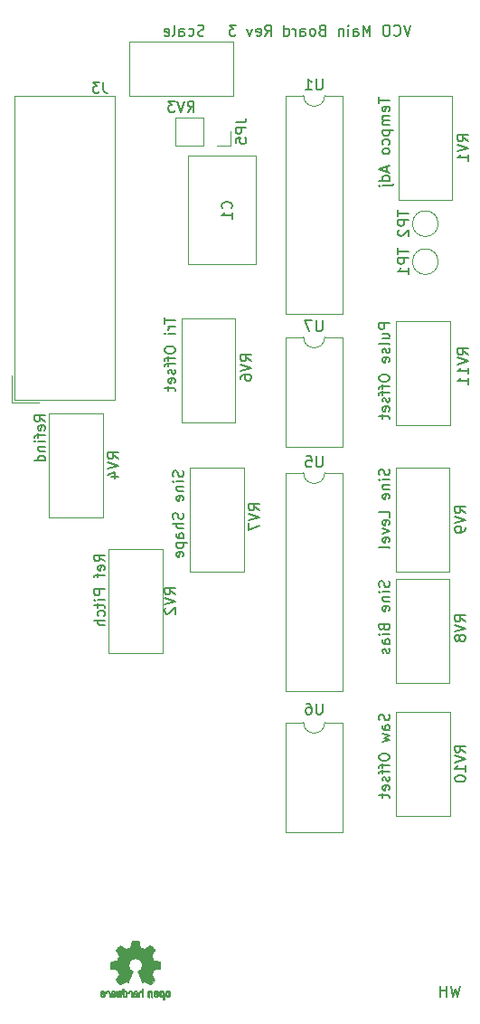
<source format=gbr>
G04 #@! TF.GenerationSoftware,KiCad,Pcbnew,(5.1.4-0-10_14)*
G04 #@! TF.CreationDate,2019-10-08T21:24:40-07:00*
G04 #@! TF.ProjectId,VCO_Main,56434f5f-4d61-4696-9e2e-6b696361645f,rev?*
G04 #@! TF.SameCoordinates,Original*
G04 #@! TF.FileFunction,Legend,Bot*
G04 #@! TF.FilePolarity,Positive*
%FSLAX46Y46*%
G04 Gerber Fmt 4.6, Leading zero omitted, Abs format (unit mm)*
G04 Created by KiCad (PCBNEW (5.1.4-0-10_14)) date 2019-10-08 21:24:40*
%MOMM*%
%LPD*%
G04 APERTURE LIST*
%ADD10C,0.150000*%
%ADD11C,0.010000*%
%ADD12C,0.120000*%
G04 APERTURE END LIST*
D10*
X109410380Y-157948380D02*
X109172285Y-158948380D01*
X108981809Y-158234095D01*
X108791333Y-158948380D01*
X108553238Y-157948380D01*
X108172285Y-158948380D02*
X108172285Y-157948380D01*
X108172285Y-158424571D02*
X107600857Y-158424571D01*
X107600857Y-158948380D02*
X107600857Y-157948380D01*
X104813619Y-68032380D02*
X104480285Y-69032380D01*
X104146952Y-68032380D01*
X103242190Y-68937142D02*
X103289809Y-68984761D01*
X103432666Y-69032380D01*
X103527904Y-69032380D01*
X103670761Y-68984761D01*
X103766000Y-68889523D01*
X103813619Y-68794285D01*
X103861238Y-68603809D01*
X103861238Y-68460952D01*
X103813619Y-68270476D01*
X103766000Y-68175238D01*
X103670761Y-68080000D01*
X103527904Y-68032380D01*
X103432666Y-68032380D01*
X103289809Y-68080000D01*
X103242190Y-68127619D01*
X102623142Y-68032380D02*
X102432666Y-68032380D01*
X102337428Y-68080000D01*
X102242190Y-68175238D01*
X102194571Y-68365714D01*
X102194571Y-68699047D01*
X102242190Y-68889523D01*
X102337428Y-68984761D01*
X102432666Y-69032380D01*
X102623142Y-69032380D01*
X102718380Y-68984761D01*
X102813619Y-68889523D01*
X102861238Y-68699047D01*
X102861238Y-68365714D01*
X102813619Y-68175238D01*
X102718380Y-68080000D01*
X102623142Y-68032380D01*
X101004095Y-69032380D02*
X101004095Y-68032380D01*
X100670761Y-68746666D01*
X100337428Y-68032380D01*
X100337428Y-69032380D01*
X99432666Y-69032380D02*
X99432666Y-68508571D01*
X99480285Y-68413333D01*
X99575523Y-68365714D01*
X99766000Y-68365714D01*
X99861238Y-68413333D01*
X99432666Y-68984761D02*
X99527904Y-69032380D01*
X99766000Y-69032380D01*
X99861238Y-68984761D01*
X99908857Y-68889523D01*
X99908857Y-68794285D01*
X99861238Y-68699047D01*
X99766000Y-68651428D01*
X99527904Y-68651428D01*
X99432666Y-68603809D01*
X98956476Y-69032380D02*
X98956476Y-68365714D01*
X98956476Y-68032380D02*
X99004095Y-68080000D01*
X98956476Y-68127619D01*
X98908857Y-68080000D01*
X98956476Y-68032380D01*
X98956476Y-68127619D01*
X98480285Y-68365714D02*
X98480285Y-69032380D01*
X98480285Y-68460952D02*
X98432666Y-68413333D01*
X98337428Y-68365714D01*
X98194571Y-68365714D01*
X98099333Y-68413333D01*
X98051714Y-68508571D01*
X98051714Y-69032380D01*
X96480285Y-68508571D02*
X96337428Y-68556190D01*
X96289809Y-68603809D01*
X96242190Y-68699047D01*
X96242190Y-68841904D01*
X96289809Y-68937142D01*
X96337428Y-68984761D01*
X96432666Y-69032380D01*
X96813619Y-69032380D01*
X96813619Y-68032380D01*
X96480285Y-68032380D01*
X96385047Y-68080000D01*
X96337428Y-68127619D01*
X96289809Y-68222857D01*
X96289809Y-68318095D01*
X96337428Y-68413333D01*
X96385047Y-68460952D01*
X96480285Y-68508571D01*
X96813619Y-68508571D01*
X95670761Y-69032380D02*
X95766000Y-68984761D01*
X95813619Y-68937142D01*
X95861238Y-68841904D01*
X95861238Y-68556190D01*
X95813619Y-68460952D01*
X95766000Y-68413333D01*
X95670761Y-68365714D01*
X95527904Y-68365714D01*
X95432666Y-68413333D01*
X95385047Y-68460952D01*
X95337428Y-68556190D01*
X95337428Y-68841904D01*
X95385047Y-68937142D01*
X95432666Y-68984761D01*
X95527904Y-69032380D01*
X95670761Y-69032380D01*
X94480285Y-69032380D02*
X94480285Y-68508571D01*
X94527904Y-68413333D01*
X94623142Y-68365714D01*
X94813619Y-68365714D01*
X94908857Y-68413333D01*
X94480285Y-68984761D02*
X94575523Y-69032380D01*
X94813619Y-69032380D01*
X94908857Y-68984761D01*
X94956476Y-68889523D01*
X94956476Y-68794285D01*
X94908857Y-68699047D01*
X94813619Y-68651428D01*
X94575523Y-68651428D01*
X94480285Y-68603809D01*
X94004095Y-69032380D02*
X94004095Y-68365714D01*
X94004095Y-68556190D02*
X93956476Y-68460952D01*
X93908857Y-68413333D01*
X93813619Y-68365714D01*
X93718380Y-68365714D01*
X92956476Y-69032380D02*
X92956476Y-68032380D01*
X92956476Y-68984761D02*
X93051714Y-69032380D01*
X93242190Y-69032380D01*
X93337428Y-68984761D01*
X93385047Y-68937142D01*
X93432666Y-68841904D01*
X93432666Y-68556190D01*
X93385047Y-68460952D01*
X93337428Y-68413333D01*
X93242190Y-68365714D01*
X93051714Y-68365714D01*
X92956476Y-68413333D01*
X91146952Y-69032380D02*
X91480285Y-68556190D01*
X91718380Y-69032380D02*
X91718380Y-68032380D01*
X91337428Y-68032380D01*
X91242190Y-68080000D01*
X91194571Y-68127619D01*
X91146952Y-68222857D01*
X91146952Y-68365714D01*
X91194571Y-68460952D01*
X91242190Y-68508571D01*
X91337428Y-68556190D01*
X91718380Y-68556190D01*
X90337428Y-68984761D02*
X90432666Y-69032380D01*
X90623142Y-69032380D01*
X90718380Y-68984761D01*
X90766000Y-68889523D01*
X90766000Y-68508571D01*
X90718380Y-68413333D01*
X90623142Y-68365714D01*
X90432666Y-68365714D01*
X90337428Y-68413333D01*
X90289809Y-68508571D01*
X90289809Y-68603809D01*
X90766000Y-68699047D01*
X89956476Y-68365714D02*
X89718380Y-69032380D01*
X89480285Y-68365714D01*
X88432666Y-68032380D02*
X87813619Y-68032380D01*
X88146952Y-68413333D01*
X88004095Y-68413333D01*
X87908857Y-68460952D01*
X87861238Y-68508571D01*
X87813619Y-68603809D01*
X87813619Y-68841904D01*
X87861238Y-68937142D01*
X87908857Y-68984761D01*
X88004095Y-69032380D01*
X88289809Y-69032380D01*
X88385047Y-68984761D01*
X88432666Y-68937142D01*
X101814380Y-74779714D02*
X101814380Y-75351142D01*
X102814380Y-75065428D02*
X101814380Y-75065428D01*
X102766761Y-76065428D02*
X102814380Y-75970190D01*
X102814380Y-75779714D01*
X102766761Y-75684476D01*
X102671523Y-75636857D01*
X102290571Y-75636857D01*
X102195333Y-75684476D01*
X102147714Y-75779714D01*
X102147714Y-75970190D01*
X102195333Y-76065428D01*
X102290571Y-76113047D01*
X102385809Y-76113047D01*
X102481047Y-75636857D01*
X102814380Y-76541619D02*
X102147714Y-76541619D01*
X102242952Y-76541619D02*
X102195333Y-76589238D01*
X102147714Y-76684476D01*
X102147714Y-76827333D01*
X102195333Y-76922571D01*
X102290571Y-76970190D01*
X102814380Y-76970190D01*
X102290571Y-76970190D02*
X102195333Y-77017809D01*
X102147714Y-77113047D01*
X102147714Y-77255904D01*
X102195333Y-77351142D01*
X102290571Y-77398761D01*
X102814380Y-77398761D01*
X102147714Y-77874952D02*
X103147714Y-77874952D01*
X102195333Y-77874952D02*
X102147714Y-77970190D01*
X102147714Y-78160666D01*
X102195333Y-78255904D01*
X102242952Y-78303523D01*
X102338190Y-78351142D01*
X102623904Y-78351142D01*
X102719142Y-78303523D01*
X102766761Y-78255904D01*
X102814380Y-78160666D01*
X102814380Y-77970190D01*
X102766761Y-77874952D01*
X102766761Y-79208285D02*
X102814380Y-79113047D01*
X102814380Y-78922571D01*
X102766761Y-78827333D01*
X102719142Y-78779714D01*
X102623904Y-78732095D01*
X102338190Y-78732095D01*
X102242952Y-78779714D01*
X102195333Y-78827333D01*
X102147714Y-78922571D01*
X102147714Y-79113047D01*
X102195333Y-79208285D01*
X102814380Y-79779714D02*
X102766761Y-79684476D01*
X102719142Y-79636857D01*
X102623904Y-79589238D01*
X102338190Y-79589238D01*
X102242952Y-79636857D01*
X102195333Y-79684476D01*
X102147714Y-79779714D01*
X102147714Y-79922571D01*
X102195333Y-80017809D01*
X102242952Y-80065428D01*
X102338190Y-80113047D01*
X102623904Y-80113047D01*
X102719142Y-80065428D01*
X102766761Y-80017809D01*
X102814380Y-79922571D01*
X102814380Y-79779714D01*
X102528666Y-81255904D02*
X102528666Y-81732095D01*
X102814380Y-81160666D02*
X101814380Y-81494000D01*
X102814380Y-81827333D01*
X102814380Y-82589238D02*
X101814380Y-82589238D01*
X102766761Y-82589238D02*
X102814380Y-82494000D01*
X102814380Y-82303523D01*
X102766761Y-82208285D01*
X102719142Y-82160666D01*
X102623904Y-82113047D01*
X102338190Y-82113047D01*
X102242952Y-82160666D01*
X102195333Y-82208285D01*
X102147714Y-82303523D01*
X102147714Y-82494000D01*
X102195333Y-82589238D01*
X102147714Y-83065428D02*
X103004857Y-83065428D01*
X103100095Y-83017809D01*
X103147714Y-82922571D01*
X103147714Y-82874952D01*
X101814380Y-83065428D02*
X101862000Y-83017809D01*
X101909619Y-83065428D01*
X101862000Y-83113047D01*
X101814380Y-83065428D01*
X101909619Y-83065428D01*
X76144380Y-118213523D02*
X75668190Y-117880190D01*
X76144380Y-117642095D02*
X75144380Y-117642095D01*
X75144380Y-118023047D01*
X75192000Y-118118285D01*
X75239619Y-118165904D01*
X75334857Y-118213523D01*
X75477714Y-118213523D01*
X75572952Y-118165904D01*
X75620571Y-118118285D01*
X75668190Y-118023047D01*
X75668190Y-117642095D01*
X76096761Y-119023047D02*
X76144380Y-118927809D01*
X76144380Y-118737333D01*
X76096761Y-118642095D01*
X76001523Y-118594476D01*
X75620571Y-118594476D01*
X75525333Y-118642095D01*
X75477714Y-118737333D01*
X75477714Y-118927809D01*
X75525333Y-119023047D01*
X75620571Y-119070666D01*
X75715809Y-119070666D01*
X75811047Y-118594476D01*
X75477714Y-119356380D02*
X75477714Y-119737333D01*
X76144380Y-119499238D02*
X75287238Y-119499238D01*
X75192000Y-119546857D01*
X75144380Y-119642095D01*
X75144380Y-119737333D01*
X76144380Y-120832571D02*
X75144380Y-120832571D01*
X75144380Y-121213523D01*
X75192000Y-121308761D01*
X75239619Y-121356380D01*
X75334857Y-121404000D01*
X75477714Y-121404000D01*
X75572952Y-121356380D01*
X75620571Y-121308761D01*
X75668190Y-121213523D01*
X75668190Y-120832571D01*
X76144380Y-121832571D02*
X75477714Y-121832571D01*
X75144380Y-121832571D02*
X75192000Y-121784952D01*
X75239619Y-121832571D01*
X75192000Y-121880190D01*
X75144380Y-121832571D01*
X75239619Y-121832571D01*
X75477714Y-122165904D02*
X75477714Y-122546857D01*
X75144380Y-122308761D02*
X76001523Y-122308761D01*
X76096761Y-122356380D01*
X76144380Y-122451619D01*
X76144380Y-122546857D01*
X76096761Y-123308761D02*
X76144380Y-123213523D01*
X76144380Y-123023047D01*
X76096761Y-122927809D01*
X76049142Y-122880190D01*
X75953904Y-122832571D01*
X75668190Y-122832571D01*
X75572952Y-122880190D01*
X75525333Y-122927809D01*
X75477714Y-123023047D01*
X75477714Y-123213523D01*
X75525333Y-123308761D01*
X76144380Y-123737333D02*
X75144380Y-123737333D01*
X76144380Y-124165904D02*
X75620571Y-124165904D01*
X75525333Y-124118285D01*
X75477714Y-124023047D01*
X75477714Y-123880190D01*
X75525333Y-123784952D01*
X75572952Y-123737333D01*
X70556380Y-105132380D02*
X70080190Y-104799047D01*
X70556380Y-104560952D02*
X69556380Y-104560952D01*
X69556380Y-104941904D01*
X69604000Y-105037142D01*
X69651619Y-105084761D01*
X69746857Y-105132380D01*
X69889714Y-105132380D01*
X69984952Y-105084761D01*
X70032571Y-105037142D01*
X70080190Y-104941904D01*
X70080190Y-104560952D01*
X70508761Y-105941904D02*
X70556380Y-105846666D01*
X70556380Y-105656190D01*
X70508761Y-105560952D01*
X70413523Y-105513333D01*
X70032571Y-105513333D01*
X69937333Y-105560952D01*
X69889714Y-105656190D01*
X69889714Y-105846666D01*
X69937333Y-105941904D01*
X70032571Y-105989523D01*
X70127809Y-105989523D01*
X70223047Y-105513333D01*
X69889714Y-106275238D02*
X69889714Y-106656190D01*
X70556380Y-106418095D02*
X69699238Y-106418095D01*
X69604000Y-106465714D01*
X69556380Y-106560952D01*
X69556380Y-106656190D01*
X70556380Y-106989523D02*
X69889714Y-106989523D01*
X69556380Y-106989523D02*
X69604000Y-106941904D01*
X69651619Y-106989523D01*
X69604000Y-107037142D01*
X69556380Y-106989523D01*
X69651619Y-106989523D01*
X69889714Y-107465714D02*
X70556380Y-107465714D01*
X69984952Y-107465714D02*
X69937333Y-107513333D01*
X69889714Y-107608571D01*
X69889714Y-107751428D01*
X69937333Y-107846666D01*
X70032571Y-107894285D01*
X70556380Y-107894285D01*
X70556380Y-108799047D02*
X69556380Y-108799047D01*
X70508761Y-108799047D02*
X70556380Y-108703809D01*
X70556380Y-108513333D01*
X70508761Y-108418095D01*
X70461142Y-108370476D01*
X70365904Y-108322857D01*
X70080190Y-108322857D01*
X69984952Y-108370476D01*
X69937333Y-108418095D01*
X69889714Y-108513333D01*
X69889714Y-108703809D01*
X69937333Y-108799047D01*
X81748380Y-95377428D02*
X81748380Y-95948857D01*
X82748380Y-95663142D02*
X81748380Y-95663142D01*
X82748380Y-96282190D02*
X82081714Y-96282190D01*
X82272190Y-96282190D02*
X82176952Y-96329809D01*
X82129333Y-96377428D01*
X82081714Y-96472666D01*
X82081714Y-96567904D01*
X82748380Y-96901238D02*
X82081714Y-96901238D01*
X81748380Y-96901238D02*
X81796000Y-96853619D01*
X81843619Y-96901238D01*
X81796000Y-96948857D01*
X81748380Y-96901238D01*
X81843619Y-96901238D01*
X81748380Y-98329809D02*
X81748380Y-98520285D01*
X81796000Y-98615523D01*
X81891238Y-98710761D01*
X82081714Y-98758380D01*
X82415047Y-98758380D01*
X82605523Y-98710761D01*
X82700761Y-98615523D01*
X82748380Y-98520285D01*
X82748380Y-98329809D01*
X82700761Y-98234571D01*
X82605523Y-98139333D01*
X82415047Y-98091714D01*
X82081714Y-98091714D01*
X81891238Y-98139333D01*
X81796000Y-98234571D01*
X81748380Y-98329809D01*
X82081714Y-99044095D02*
X82081714Y-99425047D01*
X82748380Y-99186952D02*
X81891238Y-99186952D01*
X81796000Y-99234571D01*
X81748380Y-99329809D01*
X81748380Y-99425047D01*
X82081714Y-99615523D02*
X82081714Y-99996476D01*
X82748380Y-99758380D02*
X81891238Y-99758380D01*
X81796000Y-99806000D01*
X81748380Y-99901238D01*
X81748380Y-99996476D01*
X82700761Y-100282190D02*
X82748380Y-100377428D01*
X82748380Y-100567904D01*
X82700761Y-100663142D01*
X82605523Y-100710761D01*
X82557904Y-100710761D01*
X82462666Y-100663142D01*
X82415047Y-100567904D01*
X82415047Y-100425047D01*
X82367428Y-100329809D01*
X82272190Y-100282190D01*
X82224571Y-100282190D01*
X82129333Y-100329809D01*
X82081714Y-100425047D01*
X82081714Y-100567904D01*
X82129333Y-100663142D01*
X82700761Y-101520285D02*
X82748380Y-101425047D01*
X82748380Y-101234571D01*
X82700761Y-101139333D01*
X82605523Y-101091714D01*
X82224571Y-101091714D01*
X82129333Y-101139333D01*
X82081714Y-101234571D01*
X82081714Y-101425047D01*
X82129333Y-101520285D01*
X82224571Y-101567904D01*
X82319809Y-101567904D01*
X82415047Y-101091714D01*
X82081714Y-101853619D02*
X82081714Y-102234571D01*
X81748380Y-101996476D02*
X82605523Y-101996476D01*
X82700761Y-102044095D01*
X82748380Y-102139333D01*
X82748380Y-102234571D01*
X102814380Y-95925238D02*
X101814380Y-95925238D01*
X101814380Y-96306190D01*
X101862000Y-96401428D01*
X101909619Y-96449047D01*
X102004857Y-96496666D01*
X102147714Y-96496666D01*
X102242952Y-96449047D01*
X102290571Y-96401428D01*
X102338190Y-96306190D01*
X102338190Y-95925238D01*
X102147714Y-97353809D02*
X102814380Y-97353809D01*
X102147714Y-96925238D02*
X102671523Y-96925238D01*
X102766761Y-96972857D01*
X102814380Y-97068095D01*
X102814380Y-97210952D01*
X102766761Y-97306190D01*
X102719142Y-97353809D01*
X102814380Y-97972857D02*
X102766761Y-97877619D01*
X102671523Y-97830000D01*
X101814380Y-97830000D01*
X102766761Y-98306190D02*
X102814380Y-98401428D01*
X102814380Y-98591904D01*
X102766761Y-98687142D01*
X102671523Y-98734761D01*
X102623904Y-98734761D01*
X102528666Y-98687142D01*
X102481047Y-98591904D01*
X102481047Y-98449047D01*
X102433428Y-98353809D01*
X102338190Y-98306190D01*
X102290571Y-98306190D01*
X102195333Y-98353809D01*
X102147714Y-98449047D01*
X102147714Y-98591904D01*
X102195333Y-98687142D01*
X102766761Y-99544285D02*
X102814380Y-99449047D01*
X102814380Y-99258571D01*
X102766761Y-99163333D01*
X102671523Y-99115714D01*
X102290571Y-99115714D01*
X102195333Y-99163333D01*
X102147714Y-99258571D01*
X102147714Y-99449047D01*
X102195333Y-99544285D01*
X102290571Y-99591904D01*
X102385809Y-99591904D01*
X102481047Y-99115714D01*
X101814380Y-100972857D02*
X101814380Y-101163333D01*
X101862000Y-101258571D01*
X101957238Y-101353809D01*
X102147714Y-101401428D01*
X102481047Y-101401428D01*
X102671523Y-101353809D01*
X102766761Y-101258571D01*
X102814380Y-101163333D01*
X102814380Y-100972857D01*
X102766761Y-100877619D01*
X102671523Y-100782380D01*
X102481047Y-100734761D01*
X102147714Y-100734761D01*
X101957238Y-100782380D01*
X101862000Y-100877619D01*
X101814380Y-100972857D01*
X102147714Y-101687142D02*
X102147714Y-102068095D01*
X102814380Y-101830000D02*
X101957238Y-101830000D01*
X101862000Y-101877619D01*
X101814380Y-101972857D01*
X101814380Y-102068095D01*
X102147714Y-102258571D02*
X102147714Y-102639523D01*
X102814380Y-102401428D02*
X101957238Y-102401428D01*
X101862000Y-102449047D01*
X101814380Y-102544285D01*
X101814380Y-102639523D01*
X102766761Y-102925238D02*
X102814380Y-103020476D01*
X102814380Y-103210952D01*
X102766761Y-103306190D01*
X102671523Y-103353809D01*
X102623904Y-103353809D01*
X102528666Y-103306190D01*
X102481047Y-103210952D01*
X102481047Y-103068095D01*
X102433428Y-102972857D01*
X102338190Y-102925238D01*
X102290571Y-102925238D01*
X102195333Y-102972857D01*
X102147714Y-103068095D01*
X102147714Y-103210952D01*
X102195333Y-103306190D01*
X102766761Y-104163333D02*
X102814380Y-104068095D01*
X102814380Y-103877619D01*
X102766761Y-103782380D01*
X102671523Y-103734761D01*
X102290571Y-103734761D01*
X102195333Y-103782380D01*
X102147714Y-103877619D01*
X102147714Y-104068095D01*
X102195333Y-104163333D01*
X102290571Y-104210952D01*
X102385809Y-104210952D01*
X102481047Y-103734761D01*
X102147714Y-104496666D02*
X102147714Y-104877619D01*
X101814380Y-104639523D02*
X102671523Y-104639523D01*
X102766761Y-104687142D01*
X102814380Y-104782380D01*
X102814380Y-104877619D01*
X102766761Y-132540857D02*
X102814380Y-132683714D01*
X102814380Y-132921809D01*
X102766761Y-133017047D01*
X102719142Y-133064666D01*
X102623904Y-133112285D01*
X102528666Y-133112285D01*
X102433428Y-133064666D01*
X102385809Y-133017047D01*
X102338190Y-132921809D01*
X102290571Y-132731333D01*
X102242952Y-132636095D01*
X102195333Y-132588476D01*
X102100095Y-132540857D01*
X102004857Y-132540857D01*
X101909619Y-132588476D01*
X101862000Y-132636095D01*
X101814380Y-132731333D01*
X101814380Y-132969428D01*
X101862000Y-133112285D01*
X102814380Y-133969428D02*
X102290571Y-133969428D01*
X102195333Y-133921809D01*
X102147714Y-133826571D01*
X102147714Y-133636095D01*
X102195333Y-133540857D01*
X102766761Y-133969428D02*
X102814380Y-133874190D01*
X102814380Y-133636095D01*
X102766761Y-133540857D01*
X102671523Y-133493238D01*
X102576285Y-133493238D01*
X102481047Y-133540857D01*
X102433428Y-133636095D01*
X102433428Y-133874190D01*
X102385809Y-133969428D01*
X102147714Y-134350380D02*
X102814380Y-134540857D01*
X102338190Y-134731333D01*
X102814380Y-134921809D01*
X102147714Y-135112285D01*
X101814380Y-136445619D02*
X101814380Y-136636095D01*
X101862000Y-136731333D01*
X101957238Y-136826571D01*
X102147714Y-136874190D01*
X102481047Y-136874190D01*
X102671523Y-136826571D01*
X102766761Y-136731333D01*
X102814380Y-136636095D01*
X102814380Y-136445619D01*
X102766761Y-136350380D01*
X102671523Y-136255142D01*
X102481047Y-136207523D01*
X102147714Y-136207523D01*
X101957238Y-136255142D01*
X101862000Y-136350380D01*
X101814380Y-136445619D01*
X102147714Y-137159904D02*
X102147714Y-137540857D01*
X102814380Y-137302761D02*
X101957238Y-137302761D01*
X101862000Y-137350380D01*
X101814380Y-137445619D01*
X101814380Y-137540857D01*
X102147714Y-137731333D02*
X102147714Y-138112285D01*
X102814380Y-137874190D02*
X101957238Y-137874190D01*
X101862000Y-137921809D01*
X101814380Y-138017047D01*
X101814380Y-138112285D01*
X102766761Y-138398000D02*
X102814380Y-138493238D01*
X102814380Y-138683714D01*
X102766761Y-138778952D01*
X102671523Y-138826571D01*
X102623904Y-138826571D01*
X102528666Y-138778952D01*
X102481047Y-138683714D01*
X102481047Y-138540857D01*
X102433428Y-138445619D01*
X102338190Y-138398000D01*
X102290571Y-138398000D01*
X102195333Y-138445619D01*
X102147714Y-138540857D01*
X102147714Y-138683714D01*
X102195333Y-138778952D01*
X102766761Y-139636095D02*
X102814380Y-139540857D01*
X102814380Y-139350380D01*
X102766761Y-139255142D01*
X102671523Y-139207523D01*
X102290571Y-139207523D01*
X102195333Y-139255142D01*
X102147714Y-139350380D01*
X102147714Y-139540857D01*
X102195333Y-139636095D01*
X102290571Y-139683714D01*
X102385809Y-139683714D01*
X102481047Y-139207523D01*
X102147714Y-139969428D02*
X102147714Y-140350380D01*
X101814380Y-140112285D02*
X102671523Y-140112285D01*
X102766761Y-140159904D01*
X102814380Y-140255142D01*
X102814380Y-140350380D01*
X85423142Y-68984761D02*
X85280285Y-69032380D01*
X85042190Y-69032380D01*
X84946952Y-68984761D01*
X84899333Y-68937142D01*
X84851714Y-68841904D01*
X84851714Y-68746666D01*
X84899333Y-68651428D01*
X84946952Y-68603809D01*
X85042190Y-68556190D01*
X85232666Y-68508571D01*
X85327904Y-68460952D01*
X85375523Y-68413333D01*
X85423142Y-68318095D01*
X85423142Y-68222857D01*
X85375523Y-68127619D01*
X85327904Y-68080000D01*
X85232666Y-68032380D01*
X84994571Y-68032380D01*
X84851714Y-68080000D01*
X83994571Y-68984761D02*
X84089809Y-69032380D01*
X84280285Y-69032380D01*
X84375523Y-68984761D01*
X84423142Y-68937142D01*
X84470761Y-68841904D01*
X84470761Y-68556190D01*
X84423142Y-68460952D01*
X84375523Y-68413333D01*
X84280285Y-68365714D01*
X84089809Y-68365714D01*
X83994571Y-68413333D01*
X83137428Y-69032380D02*
X83137428Y-68508571D01*
X83185047Y-68413333D01*
X83280285Y-68365714D01*
X83470761Y-68365714D01*
X83566000Y-68413333D01*
X83137428Y-68984761D02*
X83232666Y-69032380D01*
X83470761Y-69032380D01*
X83566000Y-68984761D01*
X83613619Y-68889523D01*
X83613619Y-68794285D01*
X83566000Y-68699047D01*
X83470761Y-68651428D01*
X83232666Y-68651428D01*
X83137428Y-68603809D01*
X82518380Y-69032380D02*
X82613619Y-68984761D01*
X82661238Y-68889523D01*
X82661238Y-68032380D01*
X81756476Y-68984761D02*
X81851714Y-69032380D01*
X82042190Y-69032380D01*
X82137428Y-68984761D01*
X82185047Y-68889523D01*
X82185047Y-68508571D01*
X82137428Y-68413333D01*
X82042190Y-68365714D01*
X81851714Y-68365714D01*
X81756476Y-68413333D01*
X81708857Y-68508571D01*
X81708857Y-68603809D01*
X82185047Y-68699047D01*
X83462761Y-109744380D02*
X83510380Y-109887238D01*
X83510380Y-110125333D01*
X83462761Y-110220571D01*
X83415142Y-110268190D01*
X83319904Y-110315809D01*
X83224666Y-110315809D01*
X83129428Y-110268190D01*
X83081809Y-110220571D01*
X83034190Y-110125333D01*
X82986571Y-109934857D01*
X82938952Y-109839619D01*
X82891333Y-109792000D01*
X82796095Y-109744380D01*
X82700857Y-109744380D01*
X82605619Y-109792000D01*
X82558000Y-109839619D01*
X82510380Y-109934857D01*
X82510380Y-110172952D01*
X82558000Y-110315809D01*
X83510380Y-110744380D02*
X82843714Y-110744380D01*
X82510380Y-110744380D02*
X82558000Y-110696761D01*
X82605619Y-110744380D01*
X82558000Y-110792000D01*
X82510380Y-110744380D01*
X82605619Y-110744380D01*
X82843714Y-111220571D02*
X83510380Y-111220571D01*
X82938952Y-111220571D02*
X82891333Y-111268190D01*
X82843714Y-111363428D01*
X82843714Y-111506285D01*
X82891333Y-111601523D01*
X82986571Y-111649142D01*
X83510380Y-111649142D01*
X83462761Y-112506285D02*
X83510380Y-112411047D01*
X83510380Y-112220571D01*
X83462761Y-112125333D01*
X83367523Y-112077714D01*
X82986571Y-112077714D01*
X82891333Y-112125333D01*
X82843714Y-112220571D01*
X82843714Y-112411047D01*
X82891333Y-112506285D01*
X82986571Y-112553904D01*
X83081809Y-112553904D01*
X83177047Y-112077714D01*
X83462761Y-113696761D02*
X83510380Y-113839619D01*
X83510380Y-114077714D01*
X83462761Y-114172952D01*
X83415142Y-114220571D01*
X83319904Y-114268190D01*
X83224666Y-114268190D01*
X83129428Y-114220571D01*
X83081809Y-114172952D01*
X83034190Y-114077714D01*
X82986571Y-113887238D01*
X82938952Y-113792000D01*
X82891333Y-113744380D01*
X82796095Y-113696761D01*
X82700857Y-113696761D01*
X82605619Y-113744380D01*
X82558000Y-113792000D01*
X82510380Y-113887238D01*
X82510380Y-114125333D01*
X82558000Y-114268190D01*
X83510380Y-114696761D02*
X82510380Y-114696761D01*
X83510380Y-115125333D02*
X82986571Y-115125333D01*
X82891333Y-115077714D01*
X82843714Y-114982476D01*
X82843714Y-114839619D01*
X82891333Y-114744380D01*
X82938952Y-114696761D01*
X83510380Y-116030095D02*
X82986571Y-116030095D01*
X82891333Y-115982476D01*
X82843714Y-115887238D01*
X82843714Y-115696761D01*
X82891333Y-115601523D01*
X83462761Y-116030095D02*
X83510380Y-115934857D01*
X83510380Y-115696761D01*
X83462761Y-115601523D01*
X83367523Y-115553904D01*
X83272285Y-115553904D01*
X83177047Y-115601523D01*
X83129428Y-115696761D01*
X83129428Y-115934857D01*
X83081809Y-116030095D01*
X82843714Y-116506285D02*
X83843714Y-116506285D01*
X82891333Y-116506285D02*
X82843714Y-116601523D01*
X82843714Y-116792000D01*
X82891333Y-116887238D01*
X82938952Y-116934857D01*
X83034190Y-116982476D01*
X83319904Y-116982476D01*
X83415142Y-116934857D01*
X83462761Y-116887238D01*
X83510380Y-116792000D01*
X83510380Y-116601523D01*
X83462761Y-116506285D01*
X83462761Y-117792000D02*
X83510380Y-117696761D01*
X83510380Y-117506285D01*
X83462761Y-117411047D01*
X83367523Y-117363428D01*
X82986571Y-117363428D01*
X82891333Y-117411047D01*
X82843714Y-117506285D01*
X82843714Y-117696761D01*
X82891333Y-117792000D01*
X82986571Y-117839619D01*
X83081809Y-117839619D01*
X83177047Y-117363428D01*
X102766761Y-120063047D02*
X102814380Y-120205904D01*
X102814380Y-120444000D01*
X102766761Y-120539238D01*
X102719142Y-120586857D01*
X102623904Y-120634476D01*
X102528666Y-120634476D01*
X102433428Y-120586857D01*
X102385809Y-120539238D01*
X102338190Y-120444000D01*
X102290571Y-120253523D01*
X102242952Y-120158285D01*
X102195333Y-120110666D01*
X102100095Y-120063047D01*
X102004857Y-120063047D01*
X101909619Y-120110666D01*
X101862000Y-120158285D01*
X101814380Y-120253523D01*
X101814380Y-120491619D01*
X101862000Y-120634476D01*
X102814380Y-121063047D02*
X102147714Y-121063047D01*
X101814380Y-121063047D02*
X101862000Y-121015428D01*
X101909619Y-121063047D01*
X101862000Y-121110666D01*
X101814380Y-121063047D01*
X101909619Y-121063047D01*
X102147714Y-121539238D02*
X102814380Y-121539238D01*
X102242952Y-121539238D02*
X102195333Y-121586857D01*
X102147714Y-121682095D01*
X102147714Y-121824952D01*
X102195333Y-121920190D01*
X102290571Y-121967809D01*
X102814380Y-121967809D01*
X102766761Y-122824952D02*
X102814380Y-122729714D01*
X102814380Y-122539238D01*
X102766761Y-122444000D01*
X102671523Y-122396380D01*
X102290571Y-122396380D01*
X102195333Y-122444000D01*
X102147714Y-122539238D01*
X102147714Y-122729714D01*
X102195333Y-122824952D01*
X102290571Y-122872571D01*
X102385809Y-122872571D01*
X102481047Y-122396380D01*
X102290571Y-124396380D02*
X102338190Y-124539238D01*
X102385809Y-124586857D01*
X102481047Y-124634476D01*
X102623904Y-124634476D01*
X102719142Y-124586857D01*
X102766761Y-124539238D01*
X102814380Y-124444000D01*
X102814380Y-124063047D01*
X101814380Y-124063047D01*
X101814380Y-124396380D01*
X101862000Y-124491619D01*
X101909619Y-124539238D01*
X102004857Y-124586857D01*
X102100095Y-124586857D01*
X102195333Y-124539238D01*
X102242952Y-124491619D01*
X102290571Y-124396380D01*
X102290571Y-124063047D01*
X102814380Y-125063047D02*
X102147714Y-125063047D01*
X101814380Y-125063047D02*
X101862000Y-125015428D01*
X101909619Y-125063047D01*
X101862000Y-125110666D01*
X101814380Y-125063047D01*
X101909619Y-125063047D01*
X102814380Y-125967809D02*
X102290571Y-125967809D01*
X102195333Y-125920190D01*
X102147714Y-125824952D01*
X102147714Y-125634476D01*
X102195333Y-125539238D01*
X102766761Y-125967809D02*
X102814380Y-125872571D01*
X102814380Y-125634476D01*
X102766761Y-125539238D01*
X102671523Y-125491619D01*
X102576285Y-125491619D01*
X102481047Y-125539238D01*
X102433428Y-125634476D01*
X102433428Y-125872571D01*
X102385809Y-125967809D01*
X102766761Y-126396380D02*
X102814380Y-126491619D01*
X102814380Y-126682095D01*
X102766761Y-126777333D01*
X102671523Y-126824952D01*
X102623904Y-126824952D01*
X102528666Y-126777333D01*
X102481047Y-126682095D01*
X102481047Y-126539238D01*
X102433428Y-126444000D01*
X102338190Y-126396380D01*
X102290571Y-126396380D01*
X102195333Y-126444000D01*
X102147714Y-126539238D01*
X102147714Y-126682095D01*
X102195333Y-126777333D01*
X102766761Y-109593523D02*
X102814380Y-109736380D01*
X102814380Y-109974476D01*
X102766761Y-110069714D01*
X102719142Y-110117333D01*
X102623904Y-110164952D01*
X102528666Y-110164952D01*
X102433428Y-110117333D01*
X102385809Y-110069714D01*
X102338190Y-109974476D01*
X102290571Y-109784000D01*
X102242952Y-109688761D01*
X102195333Y-109641142D01*
X102100095Y-109593523D01*
X102004857Y-109593523D01*
X101909619Y-109641142D01*
X101862000Y-109688761D01*
X101814380Y-109784000D01*
X101814380Y-110022095D01*
X101862000Y-110164952D01*
X102814380Y-110593523D02*
X102147714Y-110593523D01*
X101814380Y-110593523D02*
X101862000Y-110545904D01*
X101909619Y-110593523D01*
X101862000Y-110641142D01*
X101814380Y-110593523D01*
X101909619Y-110593523D01*
X102147714Y-111069714D02*
X102814380Y-111069714D01*
X102242952Y-111069714D02*
X102195333Y-111117333D01*
X102147714Y-111212571D01*
X102147714Y-111355428D01*
X102195333Y-111450666D01*
X102290571Y-111498285D01*
X102814380Y-111498285D01*
X102766761Y-112355428D02*
X102814380Y-112260190D01*
X102814380Y-112069714D01*
X102766761Y-111974476D01*
X102671523Y-111926857D01*
X102290571Y-111926857D01*
X102195333Y-111974476D01*
X102147714Y-112069714D01*
X102147714Y-112260190D01*
X102195333Y-112355428D01*
X102290571Y-112403047D01*
X102385809Y-112403047D01*
X102481047Y-111926857D01*
X102814380Y-114069714D02*
X102814380Y-113593523D01*
X101814380Y-113593523D01*
X102766761Y-114784000D02*
X102814380Y-114688761D01*
X102814380Y-114498285D01*
X102766761Y-114403047D01*
X102671523Y-114355428D01*
X102290571Y-114355428D01*
X102195333Y-114403047D01*
X102147714Y-114498285D01*
X102147714Y-114688761D01*
X102195333Y-114784000D01*
X102290571Y-114831619D01*
X102385809Y-114831619D01*
X102481047Y-114355428D01*
X102147714Y-115164952D02*
X102814380Y-115403047D01*
X102147714Y-115641142D01*
X102766761Y-116403047D02*
X102814380Y-116307809D01*
X102814380Y-116117333D01*
X102766761Y-116022095D01*
X102671523Y-115974476D01*
X102290571Y-115974476D01*
X102195333Y-116022095D01*
X102147714Y-116117333D01*
X102147714Y-116307809D01*
X102195333Y-116403047D01*
X102290571Y-116450666D01*
X102385809Y-116450666D01*
X102481047Y-115974476D01*
X102814380Y-117022095D02*
X102766761Y-116926857D01*
X102671523Y-116879238D01*
X101814380Y-116879238D01*
D11*
G36*
X78890090Y-153706348D02*
G01*
X78811546Y-153706778D01*
X78754702Y-153707942D01*
X78715895Y-153710207D01*
X78691462Y-153713940D01*
X78677738Y-153719506D01*
X78671060Y-153727273D01*
X78667764Y-153737605D01*
X78667444Y-153738943D01*
X78662438Y-153763079D01*
X78653171Y-153810701D01*
X78640608Y-153876741D01*
X78625713Y-153956128D01*
X78609449Y-154043796D01*
X78608881Y-154046875D01*
X78592590Y-154132789D01*
X78577348Y-154208696D01*
X78564139Y-154270045D01*
X78553946Y-154312282D01*
X78547752Y-154330855D01*
X78547457Y-154331184D01*
X78529212Y-154340253D01*
X78491595Y-154355367D01*
X78442729Y-154373262D01*
X78442457Y-154373358D01*
X78380907Y-154396493D01*
X78308343Y-154425965D01*
X78239943Y-154455597D01*
X78236706Y-154457062D01*
X78125298Y-154507626D01*
X77878601Y-154339160D01*
X77802923Y-154287803D01*
X77734369Y-154241889D01*
X77676912Y-154204030D01*
X77634524Y-154176837D01*
X77611175Y-154162921D01*
X77608958Y-154161889D01*
X77591990Y-154166484D01*
X77560299Y-154188655D01*
X77512648Y-154229447D01*
X77447802Y-154289905D01*
X77381603Y-154354227D01*
X77317786Y-154417612D01*
X77260671Y-154475451D01*
X77213695Y-154524175D01*
X77180297Y-154560210D01*
X77163915Y-154579984D01*
X77163306Y-154581002D01*
X77161495Y-154594572D01*
X77168317Y-154616733D01*
X77185460Y-154650478D01*
X77214607Y-154698800D01*
X77257445Y-154764692D01*
X77314552Y-154849517D01*
X77365234Y-154924177D01*
X77410539Y-154991140D01*
X77447850Y-155046516D01*
X77474548Y-155086420D01*
X77488015Y-155106962D01*
X77488863Y-155108356D01*
X77487219Y-155128038D01*
X77474755Y-155166293D01*
X77453952Y-155215889D01*
X77446538Y-155231728D01*
X77414186Y-155302290D01*
X77379672Y-155382353D01*
X77351635Y-155451629D01*
X77331432Y-155503045D01*
X77315385Y-155542119D01*
X77306112Y-155562541D01*
X77304959Y-155564114D01*
X77287904Y-155566721D01*
X77247702Y-155573863D01*
X77189698Y-155584523D01*
X77119237Y-155597685D01*
X77041665Y-155612333D01*
X76962328Y-155627449D01*
X76886569Y-155642018D01*
X76819736Y-155655022D01*
X76767172Y-155665445D01*
X76734224Y-155672270D01*
X76726143Y-155674199D01*
X76717795Y-155678962D01*
X76711494Y-155689718D01*
X76706955Y-155710098D01*
X76703896Y-155743734D01*
X76702033Y-155794255D01*
X76701082Y-155865292D01*
X76700760Y-155960476D01*
X76700743Y-155999492D01*
X76700743Y-156316799D01*
X76776943Y-156331839D01*
X76819337Y-156339995D01*
X76882600Y-156351899D01*
X76959038Y-156366116D01*
X77040957Y-156381210D01*
X77063600Y-156385355D01*
X77139194Y-156400053D01*
X77205047Y-156414505D01*
X77255634Y-156427375D01*
X77285426Y-156437322D01*
X77290388Y-156440287D01*
X77302574Y-156461283D01*
X77320047Y-156501967D01*
X77339423Y-156554322D01*
X77343266Y-156565600D01*
X77368661Y-156635523D01*
X77400183Y-156714418D01*
X77431031Y-156785266D01*
X77431183Y-156785595D01*
X77482553Y-156896733D01*
X77313601Y-157145253D01*
X77144648Y-157393772D01*
X77361571Y-157611058D01*
X77427181Y-157675726D01*
X77487021Y-157732733D01*
X77537733Y-157779033D01*
X77575954Y-157811584D01*
X77598325Y-157827343D01*
X77601534Y-157828343D01*
X77620374Y-157820469D01*
X77658820Y-157798578D01*
X77712670Y-157765267D01*
X77777724Y-157723131D01*
X77848060Y-157675943D01*
X77919445Y-157627810D01*
X77983092Y-157585928D01*
X78034959Y-157552871D01*
X78071005Y-157531218D01*
X78087133Y-157523543D01*
X78106811Y-157530037D01*
X78144125Y-157547150D01*
X78191379Y-157571326D01*
X78196388Y-157574013D01*
X78260023Y-157605927D01*
X78303659Y-157621579D01*
X78330798Y-157621745D01*
X78344943Y-157607204D01*
X78345025Y-157607000D01*
X78352095Y-157589779D01*
X78368958Y-157548899D01*
X78394305Y-157487525D01*
X78426829Y-157408819D01*
X78465222Y-157315947D01*
X78508178Y-157212072D01*
X78549778Y-157111502D01*
X78595496Y-157000516D01*
X78637474Y-156897703D01*
X78674452Y-156806215D01*
X78705173Y-156729201D01*
X78728378Y-156669815D01*
X78742810Y-156631209D01*
X78747257Y-156616800D01*
X78736104Y-156600272D01*
X78706931Y-156573930D01*
X78668029Y-156544887D01*
X78557243Y-156453039D01*
X78470649Y-156347759D01*
X78409284Y-156231266D01*
X78374185Y-156105776D01*
X78366392Y-155973507D01*
X78372057Y-155912457D01*
X78402922Y-155785795D01*
X78456080Y-155673941D01*
X78528233Y-155578001D01*
X78616083Y-155499076D01*
X78716335Y-155438270D01*
X78825690Y-155396687D01*
X78940853Y-155375428D01*
X79058525Y-155375599D01*
X79175410Y-155398301D01*
X79288211Y-155444638D01*
X79393631Y-155515713D01*
X79437632Y-155555911D01*
X79522021Y-155659129D01*
X79580778Y-155771925D01*
X79614296Y-155891010D01*
X79622965Y-156013095D01*
X79607177Y-156134893D01*
X79567322Y-156253116D01*
X79503793Y-156364475D01*
X79416979Y-156465684D01*
X79319971Y-156544887D01*
X79279563Y-156575162D01*
X79251018Y-156601219D01*
X79240743Y-156616825D01*
X79246123Y-156633843D01*
X79261425Y-156674500D01*
X79285388Y-156735642D01*
X79316756Y-156814119D01*
X79354268Y-156906780D01*
X79396667Y-157010472D01*
X79438337Y-157111526D01*
X79484310Y-157222607D01*
X79526893Y-157325541D01*
X79564779Y-157417165D01*
X79596660Y-157494316D01*
X79621229Y-157553831D01*
X79637180Y-157592544D01*
X79643090Y-157607000D01*
X79657052Y-157621685D01*
X79684060Y-157621642D01*
X79727587Y-157606099D01*
X79791110Y-157574284D01*
X79791612Y-157574013D01*
X79839440Y-157549323D01*
X79878103Y-157531338D01*
X79899905Y-157523614D01*
X79900867Y-157523543D01*
X79917279Y-157531378D01*
X79953513Y-157553165D01*
X80005526Y-157586328D01*
X80069275Y-157628291D01*
X80139940Y-157675943D01*
X80211884Y-157724191D01*
X80276726Y-157766151D01*
X80330265Y-157799227D01*
X80368303Y-157820821D01*
X80386467Y-157828343D01*
X80403192Y-157818457D01*
X80436820Y-157790826D01*
X80483990Y-157748495D01*
X80541342Y-157694505D01*
X80605516Y-157631899D01*
X80626503Y-157610983D01*
X80843501Y-157393623D01*
X80678332Y-157151220D01*
X80628136Y-157076781D01*
X80584081Y-157009972D01*
X80548638Y-156954665D01*
X80524281Y-156914729D01*
X80513478Y-156894036D01*
X80513162Y-156892563D01*
X80518857Y-156873058D01*
X80534174Y-156833822D01*
X80556463Y-156781430D01*
X80572107Y-156746355D01*
X80601359Y-156679201D01*
X80628906Y-156611358D01*
X80650263Y-156554034D01*
X80656065Y-156536572D01*
X80672548Y-156489938D01*
X80688660Y-156453905D01*
X80697510Y-156440287D01*
X80717040Y-156431952D01*
X80759666Y-156420137D01*
X80819855Y-156406181D01*
X80892078Y-156391422D01*
X80924400Y-156385355D01*
X81006478Y-156370273D01*
X81085205Y-156355669D01*
X81152891Y-156342980D01*
X81201840Y-156333642D01*
X81211057Y-156331839D01*
X81287257Y-156316799D01*
X81287257Y-155999492D01*
X81287086Y-155895154D01*
X81286384Y-155816213D01*
X81284866Y-155759038D01*
X81282251Y-155719999D01*
X81278254Y-155695465D01*
X81272591Y-155681805D01*
X81264980Y-155675389D01*
X81261857Y-155674199D01*
X81243022Y-155669980D01*
X81201412Y-155661562D01*
X81142370Y-155649961D01*
X81071243Y-155636195D01*
X80993375Y-155621280D01*
X80914113Y-155606232D01*
X80838802Y-155592069D01*
X80772787Y-155579806D01*
X80721413Y-155570461D01*
X80690025Y-155565050D01*
X80683041Y-155564114D01*
X80676715Y-155551596D01*
X80662710Y-155518246D01*
X80643645Y-155470377D01*
X80636366Y-155451629D01*
X80607004Y-155379195D01*
X80572429Y-155299170D01*
X80541463Y-155231728D01*
X80518677Y-155180159D01*
X80503518Y-155137785D01*
X80498458Y-155111834D01*
X80499264Y-155108356D01*
X80509959Y-155091936D01*
X80534380Y-155055417D01*
X80569905Y-155002687D01*
X80613913Y-154937635D01*
X80663783Y-154864151D01*
X80673644Y-154849645D01*
X80731508Y-154763704D01*
X80774044Y-154698261D01*
X80802946Y-154650304D01*
X80819910Y-154616820D01*
X80826633Y-154594795D01*
X80824810Y-154581217D01*
X80824764Y-154581131D01*
X80810414Y-154563297D01*
X80778677Y-154528817D01*
X80732990Y-154481268D01*
X80676796Y-154424222D01*
X80613532Y-154361255D01*
X80606398Y-154354227D01*
X80526670Y-154277020D01*
X80465143Y-154220330D01*
X80420579Y-154183110D01*
X80391743Y-154164315D01*
X80379042Y-154161889D01*
X80360506Y-154172471D01*
X80322039Y-154196916D01*
X80267614Y-154232612D01*
X80201202Y-154276947D01*
X80126775Y-154327311D01*
X80109399Y-154339160D01*
X79862703Y-154507626D01*
X79751294Y-154457062D01*
X79683543Y-154427595D01*
X79610817Y-154397959D01*
X79548297Y-154374330D01*
X79545543Y-154373358D01*
X79496640Y-154355457D01*
X79458943Y-154340320D01*
X79440575Y-154331210D01*
X79440544Y-154331184D01*
X79434715Y-154314717D01*
X79424808Y-154274219D01*
X79411805Y-154214242D01*
X79396691Y-154139340D01*
X79380448Y-154054064D01*
X79379119Y-154046875D01*
X79362825Y-153959014D01*
X79347867Y-153879260D01*
X79335209Y-153812681D01*
X79325814Y-153764347D01*
X79320646Y-153739325D01*
X79320556Y-153738943D01*
X79317411Y-153728299D01*
X79311296Y-153720262D01*
X79298547Y-153714467D01*
X79275500Y-153710547D01*
X79238491Y-153708135D01*
X79183856Y-153706865D01*
X79107933Y-153706371D01*
X79007056Y-153706286D01*
X78994000Y-153706286D01*
X78890090Y-153706348D01*
X78890090Y-153706348D01*
G37*
X78890090Y-153706348D02*
X78811546Y-153706778D01*
X78754702Y-153707942D01*
X78715895Y-153710207D01*
X78691462Y-153713940D01*
X78677738Y-153719506D01*
X78671060Y-153727273D01*
X78667764Y-153737605D01*
X78667444Y-153738943D01*
X78662438Y-153763079D01*
X78653171Y-153810701D01*
X78640608Y-153876741D01*
X78625713Y-153956128D01*
X78609449Y-154043796D01*
X78608881Y-154046875D01*
X78592590Y-154132789D01*
X78577348Y-154208696D01*
X78564139Y-154270045D01*
X78553946Y-154312282D01*
X78547752Y-154330855D01*
X78547457Y-154331184D01*
X78529212Y-154340253D01*
X78491595Y-154355367D01*
X78442729Y-154373262D01*
X78442457Y-154373358D01*
X78380907Y-154396493D01*
X78308343Y-154425965D01*
X78239943Y-154455597D01*
X78236706Y-154457062D01*
X78125298Y-154507626D01*
X77878601Y-154339160D01*
X77802923Y-154287803D01*
X77734369Y-154241889D01*
X77676912Y-154204030D01*
X77634524Y-154176837D01*
X77611175Y-154162921D01*
X77608958Y-154161889D01*
X77591990Y-154166484D01*
X77560299Y-154188655D01*
X77512648Y-154229447D01*
X77447802Y-154289905D01*
X77381603Y-154354227D01*
X77317786Y-154417612D01*
X77260671Y-154475451D01*
X77213695Y-154524175D01*
X77180297Y-154560210D01*
X77163915Y-154579984D01*
X77163306Y-154581002D01*
X77161495Y-154594572D01*
X77168317Y-154616733D01*
X77185460Y-154650478D01*
X77214607Y-154698800D01*
X77257445Y-154764692D01*
X77314552Y-154849517D01*
X77365234Y-154924177D01*
X77410539Y-154991140D01*
X77447850Y-155046516D01*
X77474548Y-155086420D01*
X77488015Y-155106962D01*
X77488863Y-155108356D01*
X77487219Y-155128038D01*
X77474755Y-155166293D01*
X77453952Y-155215889D01*
X77446538Y-155231728D01*
X77414186Y-155302290D01*
X77379672Y-155382353D01*
X77351635Y-155451629D01*
X77331432Y-155503045D01*
X77315385Y-155542119D01*
X77306112Y-155562541D01*
X77304959Y-155564114D01*
X77287904Y-155566721D01*
X77247702Y-155573863D01*
X77189698Y-155584523D01*
X77119237Y-155597685D01*
X77041665Y-155612333D01*
X76962328Y-155627449D01*
X76886569Y-155642018D01*
X76819736Y-155655022D01*
X76767172Y-155665445D01*
X76734224Y-155672270D01*
X76726143Y-155674199D01*
X76717795Y-155678962D01*
X76711494Y-155689718D01*
X76706955Y-155710098D01*
X76703896Y-155743734D01*
X76702033Y-155794255D01*
X76701082Y-155865292D01*
X76700760Y-155960476D01*
X76700743Y-155999492D01*
X76700743Y-156316799D01*
X76776943Y-156331839D01*
X76819337Y-156339995D01*
X76882600Y-156351899D01*
X76959038Y-156366116D01*
X77040957Y-156381210D01*
X77063600Y-156385355D01*
X77139194Y-156400053D01*
X77205047Y-156414505D01*
X77255634Y-156427375D01*
X77285426Y-156437322D01*
X77290388Y-156440287D01*
X77302574Y-156461283D01*
X77320047Y-156501967D01*
X77339423Y-156554322D01*
X77343266Y-156565600D01*
X77368661Y-156635523D01*
X77400183Y-156714418D01*
X77431031Y-156785266D01*
X77431183Y-156785595D01*
X77482553Y-156896733D01*
X77313601Y-157145253D01*
X77144648Y-157393772D01*
X77361571Y-157611058D01*
X77427181Y-157675726D01*
X77487021Y-157732733D01*
X77537733Y-157779033D01*
X77575954Y-157811584D01*
X77598325Y-157827343D01*
X77601534Y-157828343D01*
X77620374Y-157820469D01*
X77658820Y-157798578D01*
X77712670Y-157765267D01*
X77777724Y-157723131D01*
X77848060Y-157675943D01*
X77919445Y-157627810D01*
X77983092Y-157585928D01*
X78034959Y-157552871D01*
X78071005Y-157531218D01*
X78087133Y-157523543D01*
X78106811Y-157530037D01*
X78144125Y-157547150D01*
X78191379Y-157571326D01*
X78196388Y-157574013D01*
X78260023Y-157605927D01*
X78303659Y-157621579D01*
X78330798Y-157621745D01*
X78344943Y-157607204D01*
X78345025Y-157607000D01*
X78352095Y-157589779D01*
X78368958Y-157548899D01*
X78394305Y-157487525D01*
X78426829Y-157408819D01*
X78465222Y-157315947D01*
X78508178Y-157212072D01*
X78549778Y-157111502D01*
X78595496Y-157000516D01*
X78637474Y-156897703D01*
X78674452Y-156806215D01*
X78705173Y-156729201D01*
X78728378Y-156669815D01*
X78742810Y-156631209D01*
X78747257Y-156616800D01*
X78736104Y-156600272D01*
X78706931Y-156573930D01*
X78668029Y-156544887D01*
X78557243Y-156453039D01*
X78470649Y-156347759D01*
X78409284Y-156231266D01*
X78374185Y-156105776D01*
X78366392Y-155973507D01*
X78372057Y-155912457D01*
X78402922Y-155785795D01*
X78456080Y-155673941D01*
X78528233Y-155578001D01*
X78616083Y-155499076D01*
X78716335Y-155438270D01*
X78825690Y-155396687D01*
X78940853Y-155375428D01*
X79058525Y-155375599D01*
X79175410Y-155398301D01*
X79288211Y-155444638D01*
X79393631Y-155515713D01*
X79437632Y-155555911D01*
X79522021Y-155659129D01*
X79580778Y-155771925D01*
X79614296Y-155891010D01*
X79622965Y-156013095D01*
X79607177Y-156134893D01*
X79567322Y-156253116D01*
X79503793Y-156364475D01*
X79416979Y-156465684D01*
X79319971Y-156544887D01*
X79279563Y-156575162D01*
X79251018Y-156601219D01*
X79240743Y-156616825D01*
X79246123Y-156633843D01*
X79261425Y-156674500D01*
X79285388Y-156735642D01*
X79316756Y-156814119D01*
X79354268Y-156906780D01*
X79396667Y-157010472D01*
X79438337Y-157111526D01*
X79484310Y-157222607D01*
X79526893Y-157325541D01*
X79564779Y-157417165D01*
X79596660Y-157494316D01*
X79621229Y-157553831D01*
X79637180Y-157592544D01*
X79643090Y-157607000D01*
X79657052Y-157621685D01*
X79684060Y-157621642D01*
X79727587Y-157606099D01*
X79791110Y-157574284D01*
X79791612Y-157574013D01*
X79839440Y-157549323D01*
X79878103Y-157531338D01*
X79899905Y-157523614D01*
X79900867Y-157523543D01*
X79917279Y-157531378D01*
X79953513Y-157553165D01*
X80005526Y-157586328D01*
X80069275Y-157628291D01*
X80139940Y-157675943D01*
X80211884Y-157724191D01*
X80276726Y-157766151D01*
X80330265Y-157799227D01*
X80368303Y-157820821D01*
X80386467Y-157828343D01*
X80403192Y-157818457D01*
X80436820Y-157790826D01*
X80483990Y-157748495D01*
X80541342Y-157694505D01*
X80605516Y-157631899D01*
X80626503Y-157610983D01*
X80843501Y-157393623D01*
X80678332Y-157151220D01*
X80628136Y-157076781D01*
X80584081Y-157009972D01*
X80548638Y-156954665D01*
X80524281Y-156914729D01*
X80513478Y-156894036D01*
X80513162Y-156892563D01*
X80518857Y-156873058D01*
X80534174Y-156833822D01*
X80556463Y-156781430D01*
X80572107Y-156746355D01*
X80601359Y-156679201D01*
X80628906Y-156611358D01*
X80650263Y-156554034D01*
X80656065Y-156536572D01*
X80672548Y-156489938D01*
X80688660Y-156453905D01*
X80697510Y-156440287D01*
X80717040Y-156431952D01*
X80759666Y-156420137D01*
X80819855Y-156406181D01*
X80892078Y-156391422D01*
X80924400Y-156385355D01*
X81006478Y-156370273D01*
X81085205Y-156355669D01*
X81152891Y-156342980D01*
X81201840Y-156333642D01*
X81211057Y-156331839D01*
X81287257Y-156316799D01*
X81287257Y-155999492D01*
X81287086Y-155895154D01*
X81286384Y-155816213D01*
X81284866Y-155759038D01*
X81282251Y-155719999D01*
X81278254Y-155695465D01*
X81272591Y-155681805D01*
X81264980Y-155675389D01*
X81261857Y-155674199D01*
X81243022Y-155669980D01*
X81201412Y-155661562D01*
X81142370Y-155649961D01*
X81071243Y-155636195D01*
X80993375Y-155621280D01*
X80914113Y-155606232D01*
X80838802Y-155592069D01*
X80772787Y-155579806D01*
X80721413Y-155570461D01*
X80690025Y-155565050D01*
X80683041Y-155564114D01*
X80676715Y-155551596D01*
X80662710Y-155518246D01*
X80643645Y-155470377D01*
X80636366Y-155451629D01*
X80607004Y-155379195D01*
X80572429Y-155299170D01*
X80541463Y-155231728D01*
X80518677Y-155180159D01*
X80503518Y-155137785D01*
X80498458Y-155111834D01*
X80499264Y-155108356D01*
X80509959Y-155091936D01*
X80534380Y-155055417D01*
X80569905Y-155002687D01*
X80613913Y-154937635D01*
X80663783Y-154864151D01*
X80673644Y-154849645D01*
X80731508Y-154763704D01*
X80774044Y-154698261D01*
X80802946Y-154650304D01*
X80819910Y-154616820D01*
X80826633Y-154594795D01*
X80824810Y-154581217D01*
X80824764Y-154581131D01*
X80810414Y-154563297D01*
X80778677Y-154528817D01*
X80732990Y-154481268D01*
X80676796Y-154424222D01*
X80613532Y-154361255D01*
X80606398Y-154354227D01*
X80526670Y-154277020D01*
X80465143Y-154220330D01*
X80420579Y-154183110D01*
X80391743Y-154164315D01*
X80379042Y-154161889D01*
X80360506Y-154172471D01*
X80322039Y-154196916D01*
X80267614Y-154232612D01*
X80201202Y-154276947D01*
X80126775Y-154327311D01*
X80109399Y-154339160D01*
X79862703Y-154507626D01*
X79751294Y-154457062D01*
X79683543Y-154427595D01*
X79610817Y-154397959D01*
X79548297Y-154374330D01*
X79545543Y-154373358D01*
X79496640Y-154355457D01*
X79458943Y-154340320D01*
X79440575Y-154331210D01*
X79440544Y-154331184D01*
X79434715Y-154314717D01*
X79424808Y-154274219D01*
X79411805Y-154214242D01*
X79396691Y-154139340D01*
X79380448Y-154054064D01*
X79379119Y-154046875D01*
X79362825Y-153959014D01*
X79347867Y-153879260D01*
X79335209Y-153812681D01*
X79325814Y-153764347D01*
X79320646Y-153739325D01*
X79320556Y-153738943D01*
X79317411Y-153728299D01*
X79311296Y-153720262D01*
X79298547Y-153714467D01*
X79275500Y-153710547D01*
X79238491Y-153708135D01*
X79183856Y-153706865D01*
X79107933Y-153706371D01*
X79007056Y-153706286D01*
X78994000Y-153706286D01*
X78890090Y-153706348D01*
G36*
X75840405Y-158430966D02*
G01*
X75782979Y-158468497D01*
X75755281Y-158502096D01*
X75733338Y-158563064D01*
X75731595Y-158611308D01*
X75735543Y-158675816D01*
X75884314Y-158740934D01*
X75956651Y-158774202D01*
X76003916Y-158800964D01*
X76028493Y-158824144D01*
X76032763Y-158846667D01*
X76019111Y-158871455D01*
X76004057Y-158887886D01*
X75960254Y-158914235D01*
X75912611Y-158916081D01*
X75868855Y-158895546D01*
X75836711Y-158854752D01*
X75830962Y-158840347D01*
X75803424Y-158795356D01*
X75771742Y-158776182D01*
X75728286Y-158759779D01*
X75728286Y-158821966D01*
X75732128Y-158864283D01*
X75747177Y-158899969D01*
X75778720Y-158940943D01*
X75783408Y-158946267D01*
X75818494Y-158982720D01*
X75848653Y-159002283D01*
X75886385Y-159011283D01*
X75917665Y-159014230D01*
X75973615Y-159014965D01*
X76013445Y-159005660D01*
X76038292Y-158991846D01*
X76077344Y-158961467D01*
X76104375Y-158928613D01*
X76121483Y-158887294D01*
X76130762Y-158831521D01*
X76134307Y-158755305D01*
X76134590Y-158716622D01*
X76133628Y-158670247D01*
X76045993Y-158670247D01*
X76044977Y-158695126D01*
X76042444Y-158699200D01*
X76025726Y-158693665D01*
X75989751Y-158679017D01*
X75941669Y-158658190D01*
X75931614Y-158653714D01*
X75870848Y-158622814D01*
X75837368Y-158595657D01*
X75830010Y-158570220D01*
X75847609Y-158544481D01*
X75862144Y-158533109D01*
X75914590Y-158510364D01*
X75963678Y-158514122D01*
X76004773Y-158541884D01*
X76033242Y-158591152D01*
X76042369Y-158630257D01*
X76045993Y-158670247D01*
X76133628Y-158670247D01*
X76132715Y-158626249D01*
X76125804Y-158559384D01*
X76112116Y-158510695D01*
X76089904Y-158474849D01*
X76057426Y-158446513D01*
X76043267Y-158437355D01*
X75978947Y-158413507D01*
X75908527Y-158412006D01*
X75840405Y-158430966D01*
X75840405Y-158430966D01*
G37*
X75840405Y-158430966D02*
X75782979Y-158468497D01*
X75755281Y-158502096D01*
X75733338Y-158563064D01*
X75731595Y-158611308D01*
X75735543Y-158675816D01*
X75884314Y-158740934D01*
X75956651Y-158774202D01*
X76003916Y-158800964D01*
X76028493Y-158824144D01*
X76032763Y-158846667D01*
X76019111Y-158871455D01*
X76004057Y-158887886D01*
X75960254Y-158914235D01*
X75912611Y-158916081D01*
X75868855Y-158895546D01*
X75836711Y-158854752D01*
X75830962Y-158840347D01*
X75803424Y-158795356D01*
X75771742Y-158776182D01*
X75728286Y-158759779D01*
X75728286Y-158821966D01*
X75732128Y-158864283D01*
X75747177Y-158899969D01*
X75778720Y-158940943D01*
X75783408Y-158946267D01*
X75818494Y-158982720D01*
X75848653Y-159002283D01*
X75886385Y-159011283D01*
X75917665Y-159014230D01*
X75973615Y-159014965D01*
X76013445Y-159005660D01*
X76038292Y-158991846D01*
X76077344Y-158961467D01*
X76104375Y-158928613D01*
X76121483Y-158887294D01*
X76130762Y-158831521D01*
X76134307Y-158755305D01*
X76134590Y-158716622D01*
X76133628Y-158670247D01*
X76045993Y-158670247D01*
X76044977Y-158695126D01*
X76042444Y-158699200D01*
X76025726Y-158693665D01*
X75989751Y-158679017D01*
X75941669Y-158658190D01*
X75931614Y-158653714D01*
X75870848Y-158622814D01*
X75837368Y-158595657D01*
X75830010Y-158570220D01*
X75847609Y-158544481D01*
X75862144Y-158533109D01*
X75914590Y-158510364D01*
X75963678Y-158514122D01*
X76004773Y-158541884D01*
X76033242Y-158591152D01*
X76042369Y-158630257D01*
X76045993Y-158670247D01*
X76133628Y-158670247D01*
X76132715Y-158626249D01*
X76125804Y-158559384D01*
X76112116Y-158510695D01*
X76089904Y-158474849D01*
X76057426Y-158446513D01*
X76043267Y-158437355D01*
X75978947Y-158413507D01*
X75908527Y-158412006D01*
X75840405Y-158430966D01*
G36*
X76341400Y-158422752D02*
G01*
X76324052Y-158430334D01*
X76282644Y-158463128D01*
X76247235Y-158510547D01*
X76225336Y-158561151D01*
X76221771Y-158586098D01*
X76233721Y-158620927D01*
X76259933Y-158639357D01*
X76288036Y-158650516D01*
X76300905Y-158652572D01*
X76307171Y-158637649D01*
X76319544Y-158605175D01*
X76324972Y-158590502D01*
X76355410Y-158539744D01*
X76399480Y-158514427D01*
X76455990Y-158515206D01*
X76460175Y-158516203D01*
X76490345Y-158530507D01*
X76512524Y-158558393D01*
X76527673Y-158603287D01*
X76536750Y-158668615D01*
X76540714Y-158757804D01*
X76541086Y-158805261D01*
X76541270Y-158880071D01*
X76542478Y-158931069D01*
X76545691Y-158963471D01*
X76551891Y-158982495D01*
X76562060Y-158993356D01*
X76577181Y-159001272D01*
X76578054Y-159001670D01*
X76607172Y-159013981D01*
X76621597Y-159018514D01*
X76623814Y-159004809D01*
X76625711Y-158966925D01*
X76627153Y-158909715D01*
X76628002Y-158838027D01*
X76628171Y-158785565D01*
X76627308Y-158684047D01*
X76623930Y-158607032D01*
X76616858Y-158550023D01*
X76604912Y-158508526D01*
X76586910Y-158478043D01*
X76561673Y-158454080D01*
X76536753Y-158437355D01*
X76476829Y-158415097D01*
X76407089Y-158410076D01*
X76341400Y-158422752D01*
X76341400Y-158422752D01*
G37*
X76341400Y-158422752D02*
X76324052Y-158430334D01*
X76282644Y-158463128D01*
X76247235Y-158510547D01*
X76225336Y-158561151D01*
X76221771Y-158586098D01*
X76233721Y-158620927D01*
X76259933Y-158639357D01*
X76288036Y-158650516D01*
X76300905Y-158652572D01*
X76307171Y-158637649D01*
X76319544Y-158605175D01*
X76324972Y-158590502D01*
X76355410Y-158539744D01*
X76399480Y-158514427D01*
X76455990Y-158515206D01*
X76460175Y-158516203D01*
X76490345Y-158530507D01*
X76512524Y-158558393D01*
X76527673Y-158603287D01*
X76536750Y-158668615D01*
X76540714Y-158757804D01*
X76541086Y-158805261D01*
X76541270Y-158880071D01*
X76542478Y-158931069D01*
X76545691Y-158963471D01*
X76551891Y-158982495D01*
X76562060Y-158993356D01*
X76577181Y-159001272D01*
X76578054Y-159001670D01*
X76607172Y-159013981D01*
X76621597Y-159018514D01*
X76623814Y-159004809D01*
X76625711Y-158966925D01*
X76627153Y-158909715D01*
X76628002Y-158838027D01*
X76628171Y-158785565D01*
X76627308Y-158684047D01*
X76623930Y-158607032D01*
X76616858Y-158550023D01*
X76604912Y-158508526D01*
X76586910Y-158478043D01*
X76561673Y-158454080D01*
X76536753Y-158437355D01*
X76476829Y-158415097D01*
X76407089Y-158410076D01*
X76341400Y-158422752D01*
G36*
X76849124Y-158420335D02*
G01*
X76807333Y-158439344D01*
X76774531Y-158462378D01*
X76750497Y-158488133D01*
X76733903Y-158521358D01*
X76723423Y-158566800D01*
X76717729Y-158629207D01*
X76715493Y-158713327D01*
X76715257Y-158768721D01*
X76715257Y-158984826D01*
X76752226Y-159001670D01*
X76781344Y-159013981D01*
X76795769Y-159018514D01*
X76798528Y-159005025D01*
X76800718Y-158968653D01*
X76802058Y-158915542D01*
X76802343Y-158873372D01*
X76803566Y-158812447D01*
X76806864Y-158764115D01*
X76811679Y-158734518D01*
X76815504Y-158728229D01*
X76841217Y-158734652D01*
X76881582Y-158751125D01*
X76928321Y-158773458D01*
X76973155Y-158797457D01*
X77007807Y-158818930D01*
X77023998Y-158833685D01*
X77024062Y-158833845D01*
X77022670Y-158861152D01*
X77010182Y-158887219D01*
X76988257Y-158908392D01*
X76956257Y-158915474D01*
X76928908Y-158914649D01*
X76890174Y-158914042D01*
X76869842Y-158923116D01*
X76857631Y-158947092D01*
X76856091Y-158951613D01*
X76850797Y-158985806D01*
X76864953Y-159006568D01*
X76901852Y-159016462D01*
X76941711Y-159018292D01*
X77013438Y-159004727D01*
X77050568Y-158985355D01*
X77096424Y-158939845D01*
X77120744Y-158883983D01*
X77122927Y-158824957D01*
X77102371Y-158769953D01*
X77071451Y-158735486D01*
X77040580Y-158716189D01*
X76992058Y-158691759D01*
X76935515Y-158666985D01*
X76926090Y-158663199D01*
X76863981Y-158635791D01*
X76828178Y-158611634D01*
X76816663Y-158587619D01*
X76827420Y-158560635D01*
X76845886Y-158539543D01*
X76889531Y-158513572D01*
X76937554Y-158511624D01*
X76981594Y-158531637D01*
X77013291Y-158571551D01*
X77017451Y-158581848D01*
X77041673Y-158619724D01*
X77077035Y-158647842D01*
X77121657Y-158670917D01*
X77121657Y-158605485D01*
X77119031Y-158565506D01*
X77107770Y-158533997D01*
X77082801Y-158500378D01*
X77058831Y-158474484D01*
X77021559Y-158437817D01*
X76992599Y-158418121D01*
X76961495Y-158410220D01*
X76926287Y-158408914D01*
X76849124Y-158420335D01*
X76849124Y-158420335D01*
G37*
X76849124Y-158420335D02*
X76807333Y-158439344D01*
X76774531Y-158462378D01*
X76750497Y-158488133D01*
X76733903Y-158521358D01*
X76723423Y-158566800D01*
X76717729Y-158629207D01*
X76715493Y-158713327D01*
X76715257Y-158768721D01*
X76715257Y-158984826D01*
X76752226Y-159001670D01*
X76781344Y-159013981D01*
X76795769Y-159018514D01*
X76798528Y-159005025D01*
X76800718Y-158968653D01*
X76802058Y-158915542D01*
X76802343Y-158873372D01*
X76803566Y-158812447D01*
X76806864Y-158764115D01*
X76811679Y-158734518D01*
X76815504Y-158728229D01*
X76841217Y-158734652D01*
X76881582Y-158751125D01*
X76928321Y-158773458D01*
X76973155Y-158797457D01*
X77007807Y-158818930D01*
X77023998Y-158833685D01*
X77024062Y-158833845D01*
X77022670Y-158861152D01*
X77010182Y-158887219D01*
X76988257Y-158908392D01*
X76956257Y-158915474D01*
X76928908Y-158914649D01*
X76890174Y-158914042D01*
X76869842Y-158923116D01*
X76857631Y-158947092D01*
X76856091Y-158951613D01*
X76850797Y-158985806D01*
X76864953Y-159006568D01*
X76901852Y-159016462D01*
X76941711Y-159018292D01*
X77013438Y-159004727D01*
X77050568Y-158985355D01*
X77096424Y-158939845D01*
X77120744Y-158883983D01*
X77122927Y-158824957D01*
X77102371Y-158769953D01*
X77071451Y-158735486D01*
X77040580Y-158716189D01*
X76992058Y-158691759D01*
X76935515Y-158666985D01*
X76926090Y-158663199D01*
X76863981Y-158635791D01*
X76828178Y-158611634D01*
X76816663Y-158587619D01*
X76827420Y-158560635D01*
X76845886Y-158539543D01*
X76889531Y-158513572D01*
X76937554Y-158511624D01*
X76981594Y-158531637D01*
X77013291Y-158571551D01*
X77017451Y-158581848D01*
X77041673Y-158619724D01*
X77077035Y-158647842D01*
X77121657Y-158670917D01*
X77121657Y-158605485D01*
X77119031Y-158565506D01*
X77107770Y-158533997D01*
X77082801Y-158500378D01*
X77058831Y-158474484D01*
X77021559Y-158437817D01*
X76992599Y-158418121D01*
X76961495Y-158410220D01*
X76926287Y-158408914D01*
X76849124Y-158420335D01*
G36*
X77214167Y-158422663D02*
G01*
X77211952Y-158460850D01*
X77210216Y-158518886D01*
X77209101Y-158592180D01*
X77208743Y-158669055D01*
X77208743Y-158929196D01*
X77254674Y-158975127D01*
X77286325Y-159003429D01*
X77314110Y-159014893D01*
X77352085Y-159014168D01*
X77367160Y-159012321D01*
X77414274Y-159006948D01*
X77453244Y-159003869D01*
X77462743Y-159003585D01*
X77494767Y-159005445D01*
X77540568Y-159010114D01*
X77558326Y-159012321D01*
X77601943Y-159015735D01*
X77631255Y-159008320D01*
X77660320Y-158985427D01*
X77670812Y-158975127D01*
X77716743Y-158929196D01*
X77716743Y-158442602D01*
X77679774Y-158425758D01*
X77647941Y-158413282D01*
X77629317Y-158408914D01*
X77624542Y-158422718D01*
X77620079Y-158461286D01*
X77616225Y-158520356D01*
X77613278Y-158595663D01*
X77611857Y-158659286D01*
X77607886Y-158909657D01*
X77573241Y-158914556D01*
X77541732Y-158911131D01*
X77526292Y-158900041D01*
X77521977Y-158879308D01*
X77518292Y-158835145D01*
X77515531Y-158773146D01*
X77513988Y-158698909D01*
X77513765Y-158660706D01*
X77513543Y-158440783D01*
X77467834Y-158424849D01*
X77435482Y-158414015D01*
X77417885Y-158408962D01*
X77417377Y-158408914D01*
X77415612Y-158422648D01*
X77413671Y-158460730D01*
X77411718Y-158518482D01*
X77409916Y-158591227D01*
X77408657Y-158659286D01*
X77404686Y-158909657D01*
X77317600Y-158909657D01*
X77313604Y-158681240D01*
X77309608Y-158452822D01*
X77267153Y-158430868D01*
X77235808Y-158415793D01*
X77217256Y-158408951D01*
X77216721Y-158408914D01*
X77214167Y-158422663D01*
X77214167Y-158422663D01*
G37*
X77214167Y-158422663D02*
X77211952Y-158460850D01*
X77210216Y-158518886D01*
X77209101Y-158592180D01*
X77208743Y-158669055D01*
X77208743Y-158929196D01*
X77254674Y-158975127D01*
X77286325Y-159003429D01*
X77314110Y-159014893D01*
X77352085Y-159014168D01*
X77367160Y-159012321D01*
X77414274Y-159006948D01*
X77453244Y-159003869D01*
X77462743Y-159003585D01*
X77494767Y-159005445D01*
X77540568Y-159010114D01*
X77558326Y-159012321D01*
X77601943Y-159015735D01*
X77631255Y-159008320D01*
X77660320Y-158985427D01*
X77670812Y-158975127D01*
X77716743Y-158929196D01*
X77716743Y-158442602D01*
X77679774Y-158425758D01*
X77647941Y-158413282D01*
X77629317Y-158408914D01*
X77624542Y-158422718D01*
X77620079Y-158461286D01*
X77616225Y-158520356D01*
X77613278Y-158595663D01*
X77611857Y-158659286D01*
X77607886Y-158909657D01*
X77573241Y-158914556D01*
X77541732Y-158911131D01*
X77526292Y-158900041D01*
X77521977Y-158879308D01*
X77518292Y-158835145D01*
X77515531Y-158773146D01*
X77513988Y-158698909D01*
X77513765Y-158660706D01*
X77513543Y-158440783D01*
X77467834Y-158424849D01*
X77435482Y-158414015D01*
X77417885Y-158408962D01*
X77417377Y-158408914D01*
X77415612Y-158422648D01*
X77413671Y-158460730D01*
X77411718Y-158518482D01*
X77409916Y-158591227D01*
X77408657Y-158659286D01*
X77404686Y-158909657D01*
X77317600Y-158909657D01*
X77313604Y-158681240D01*
X77309608Y-158452822D01*
X77267153Y-158430868D01*
X77235808Y-158415793D01*
X77217256Y-158408951D01*
X77216721Y-158408914D01*
X77214167Y-158422663D01*
G36*
X77803883Y-158529358D02*
G01*
X77804067Y-158637837D01*
X77804781Y-158721287D01*
X77806325Y-158783704D01*
X77808999Y-158829085D01*
X77813106Y-158861429D01*
X77818945Y-158884733D01*
X77826818Y-158902995D01*
X77832779Y-158913418D01*
X77882145Y-158969945D01*
X77944736Y-159005377D01*
X78013987Y-159018090D01*
X78083332Y-159006463D01*
X78124625Y-158985568D01*
X78167975Y-158949422D01*
X78197519Y-158905276D01*
X78215345Y-158847462D01*
X78223537Y-158770313D01*
X78224698Y-158713714D01*
X78224542Y-158709647D01*
X78123143Y-158709647D01*
X78122524Y-158774550D01*
X78119686Y-158817514D01*
X78113160Y-158845622D01*
X78101477Y-158865953D01*
X78087517Y-158881288D01*
X78040635Y-158910890D01*
X77990299Y-158913419D01*
X77942724Y-158888705D01*
X77939021Y-158885356D01*
X77923217Y-158867935D01*
X77913307Y-158847209D01*
X77907942Y-158816362D01*
X77905772Y-158768577D01*
X77905429Y-158715748D01*
X77906173Y-158649381D01*
X77909252Y-158605106D01*
X77915939Y-158576009D01*
X77927504Y-158555173D01*
X77936987Y-158544107D01*
X77981040Y-158516198D01*
X78031776Y-158512843D01*
X78080204Y-158534159D01*
X78089550Y-158542073D01*
X78105460Y-158559647D01*
X78115390Y-158580587D01*
X78120722Y-158611782D01*
X78122837Y-158660122D01*
X78123143Y-158709647D01*
X78224542Y-158709647D01*
X78221190Y-158622568D01*
X78209274Y-158554086D01*
X78186865Y-158502600D01*
X78151876Y-158462443D01*
X78124625Y-158441861D01*
X78075093Y-158419625D01*
X78017684Y-158409304D01*
X77964318Y-158412067D01*
X77934457Y-158423212D01*
X77922739Y-158426383D01*
X77914963Y-158414557D01*
X77909535Y-158382866D01*
X77905429Y-158334593D01*
X77900933Y-158280829D01*
X77894687Y-158248482D01*
X77883324Y-158229985D01*
X77863472Y-158217770D01*
X77851000Y-158212362D01*
X77803829Y-158192601D01*
X77803883Y-158529358D01*
X77803883Y-158529358D01*
G37*
X77803883Y-158529358D02*
X77804067Y-158637837D01*
X77804781Y-158721287D01*
X77806325Y-158783704D01*
X77808999Y-158829085D01*
X77813106Y-158861429D01*
X77818945Y-158884733D01*
X77826818Y-158902995D01*
X77832779Y-158913418D01*
X77882145Y-158969945D01*
X77944736Y-159005377D01*
X78013987Y-159018090D01*
X78083332Y-159006463D01*
X78124625Y-158985568D01*
X78167975Y-158949422D01*
X78197519Y-158905276D01*
X78215345Y-158847462D01*
X78223537Y-158770313D01*
X78224698Y-158713714D01*
X78224542Y-158709647D01*
X78123143Y-158709647D01*
X78122524Y-158774550D01*
X78119686Y-158817514D01*
X78113160Y-158845622D01*
X78101477Y-158865953D01*
X78087517Y-158881288D01*
X78040635Y-158910890D01*
X77990299Y-158913419D01*
X77942724Y-158888705D01*
X77939021Y-158885356D01*
X77923217Y-158867935D01*
X77913307Y-158847209D01*
X77907942Y-158816362D01*
X77905772Y-158768577D01*
X77905429Y-158715748D01*
X77906173Y-158649381D01*
X77909252Y-158605106D01*
X77915939Y-158576009D01*
X77927504Y-158555173D01*
X77936987Y-158544107D01*
X77981040Y-158516198D01*
X78031776Y-158512843D01*
X78080204Y-158534159D01*
X78089550Y-158542073D01*
X78105460Y-158559647D01*
X78115390Y-158580587D01*
X78120722Y-158611782D01*
X78122837Y-158660122D01*
X78123143Y-158709647D01*
X78224542Y-158709647D01*
X78221190Y-158622568D01*
X78209274Y-158554086D01*
X78186865Y-158502600D01*
X78151876Y-158462443D01*
X78124625Y-158441861D01*
X78075093Y-158419625D01*
X78017684Y-158409304D01*
X77964318Y-158412067D01*
X77934457Y-158423212D01*
X77922739Y-158426383D01*
X77914963Y-158414557D01*
X77909535Y-158382866D01*
X77905429Y-158334593D01*
X77900933Y-158280829D01*
X77894687Y-158248482D01*
X77883324Y-158229985D01*
X77863472Y-158217770D01*
X77851000Y-158212362D01*
X77803829Y-158192601D01*
X77803883Y-158529358D01*
G36*
X78464074Y-158413755D02*
G01*
X78398142Y-158438084D01*
X78344727Y-158481117D01*
X78323836Y-158511409D01*
X78301061Y-158566994D01*
X78301534Y-158607186D01*
X78325438Y-158634217D01*
X78334283Y-158638813D01*
X78372470Y-158653144D01*
X78391972Y-158649472D01*
X78398578Y-158625407D01*
X78398914Y-158612114D01*
X78411008Y-158563210D01*
X78442529Y-158528999D01*
X78486341Y-158512476D01*
X78535305Y-158516634D01*
X78575106Y-158538227D01*
X78588550Y-158550544D01*
X78598079Y-158565487D01*
X78604515Y-158588075D01*
X78608683Y-158623328D01*
X78611403Y-158676266D01*
X78613498Y-158751907D01*
X78614040Y-158775857D01*
X78616019Y-158857790D01*
X78618269Y-158915455D01*
X78621643Y-158953608D01*
X78626994Y-158977004D01*
X78635176Y-158990398D01*
X78647041Y-158998545D01*
X78654638Y-159002144D01*
X78686898Y-159014452D01*
X78705889Y-159018514D01*
X78712164Y-159004948D01*
X78715994Y-158963934D01*
X78717400Y-158894999D01*
X78716402Y-158797669D01*
X78716092Y-158782657D01*
X78713899Y-158693859D01*
X78711307Y-158629019D01*
X78707618Y-158583067D01*
X78702136Y-158550935D01*
X78694165Y-158527553D01*
X78683007Y-158507852D01*
X78677170Y-158499410D01*
X78643704Y-158462057D01*
X78606273Y-158433003D01*
X78601691Y-158430467D01*
X78534574Y-158410443D01*
X78464074Y-158413755D01*
X78464074Y-158413755D01*
G37*
X78464074Y-158413755D02*
X78398142Y-158438084D01*
X78344727Y-158481117D01*
X78323836Y-158511409D01*
X78301061Y-158566994D01*
X78301534Y-158607186D01*
X78325438Y-158634217D01*
X78334283Y-158638813D01*
X78372470Y-158653144D01*
X78391972Y-158649472D01*
X78398578Y-158625407D01*
X78398914Y-158612114D01*
X78411008Y-158563210D01*
X78442529Y-158528999D01*
X78486341Y-158512476D01*
X78535305Y-158516634D01*
X78575106Y-158538227D01*
X78588550Y-158550544D01*
X78598079Y-158565487D01*
X78604515Y-158588075D01*
X78608683Y-158623328D01*
X78611403Y-158676266D01*
X78613498Y-158751907D01*
X78614040Y-158775857D01*
X78616019Y-158857790D01*
X78618269Y-158915455D01*
X78621643Y-158953608D01*
X78626994Y-158977004D01*
X78635176Y-158990398D01*
X78647041Y-158998545D01*
X78654638Y-159002144D01*
X78686898Y-159014452D01*
X78705889Y-159018514D01*
X78712164Y-159004948D01*
X78715994Y-158963934D01*
X78717400Y-158894999D01*
X78716402Y-158797669D01*
X78716092Y-158782657D01*
X78713899Y-158693859D01*
X78711307Y-158629019D01*
X78707618Y-158583067D01*
X78702136Y-158550935D01*
X78694165Y-158527553D01*
X78683007Y-158507852D01*
X78677170Y-158499410D01*
X78643704Y-158462057D01*
X78606273Y-158433003D01*
X78601691Y-158430467D01*
X78534574Y-158410443D01*
X78464074Y-158413755D01*
G36*
X78954256Y-158414968D02*
G01*
X78897384Y-158436087D01*
X78896733Y-158436493D01*
X78861560Y-158462380D01*
X78835593Y-158492633D01*
X78817330Y-158532058D01*
X78805268Y-158585462D01*
X78797904Y-158657651D01*
X78793736Y-158753432D01*
X78793371Y-158767078D01*
X78788124Y-158972842D01*
X78832284Y-158995678D01*
X78864237Y-159011110D01*
X78883530Y-159018423D01*
X78884422Y-159018514D01*
X78887761Y-159005022D01*
X78890413Y-158968626D01*
X78892044Y-158915452D01*
X78892400Y-158872393D01*
X78892408Y-158802641D01*
X78895597Y-158758837D01*
X78906712Y-158737944D01*
X78930499Y-158736925D01*
X78971704Y-158752741D01*
X79033914Y-158781815D01*
X79079659Y-158805963D01*
X79103187Y-158826913D01*
X79110104Y-158849747D01*
X79110114Y-158850877D01*
X79098701Y-158890212D01*
X79064908Y-158911462D01*
X79013191Y-158914539D01*
X78975939Y-158914006D01*
X78956297Y-158924735D01*
X78944048Y-158950505D01*
X78936998Y-158983337D01*
X78947158Y-159001966D01*
X78950983Y-159004632D01*
X78986999Y-159015340D01*
X79037434Y-159016856D01*
X79089374Y-159009759D01*
X79126178Y-158996788D01*
X79177062Y-158953585D01*
X79205986Y-158893446D01*
X79211714Y-158846462D01*
X79207343Y-158804082D01*
X79191525Y-158769488D01*
X79160203Y-158738763D01*
X79109322Y-158707990D01*
X79034824Y-158673252D01*
X79030286Y-158671288D01*
X78963179Y-158640287D01*
X78921768Y-158614862D01*
X78904019Y-158592014D01*
X78907893Y-158568745D01*
X78931357Y-158542056D01*
X78938373Y-158535914D01*
X78985370Y-158512100D01*
X79034067Y-158513103D01*
X79076478Y-158536451D01*
X79104616Y-158579675D01*
X79107231Y-158588160D01*
X79132692Y-158629308D01*
X79164999Y-158649128D01*
X79211714Y-158668770D01*
X79211714Y-158617950D01*
X79197504Y-158544082D01*
X79155325Y-158476327D01*
X79133376Y-158453661D01*
X79083483Y-158424569D01*
X79020033Y-158411400D01*
X78954256Y-158414968D01*
X78954256Y-158414968D01*
G37*
X78954256Y-158414968D02*
X78897384Y-158436087D01*
X78896733Y-158436493D01*
X78861560Y-158462380D01*
X78835593Y-158492633D01*
X78817330Y-158532058D01*
X78805268Y-158585462D01*
X78797904Y-158657651D01*
X78793736Y-158753432D01*
X78793371Y-158767078D01*
X78788124Y-158972842D01*
X78832284Y-158995678D01*
X78864237Y-159011110D01*
X78883530Y-159018423D01*
X78884422Y-159018514D01*
X78887761Y-159005022D01*
X78890413Y-158968626D01*
X78892044Y-158915452D01*
X78892400Y-158872393D01*
X78892408Y-158802641D01*
X78895597Y-158758837D01*
X78906712Y-158737944D01*
X78930499Y-158736925D01*
X78971704Y-158752741D01*
X79033914Y-158781815D01*
X79079659Y-158805963D01*
X79103187Y-158826913D01*
X79110104Y-158849747D01*
X79110114Y-158850877D01*
X79098701Y-158890212D01*
X79064908Y-158911462D01*
X79013191Y-158914539D01*
X78975939Y-158914006D01*
X78956297Y-158924735D01*
X78944048Y-158950505D01*
X78936998Y-158983337D01*
X78947158Y-159001966D01*
X78950983Y-159004632D01*
X78986999Y-159015340D01*
X79037434Y-159016856D01*
X79089374Y-159009759D01*
X79126178Y-158996788D01*
X79177062Y-158953585D01*
X79205986Y-158893446D01*
X79211714Y-158846462D01*
X79207343Y-158804082D01*
X79191525Y-158769488D01*
X79160203Y-158738763D01*
X79109322Y-158707990D01*
X79034824Y-158673252D01*
X79030286Y-158671288D01*
X78963179Y-158640287D01*
X78921768Y-158614862D01*
X78904019Y-158592014D01*
X78907893Y-158568745D01*
X78931357Y-158542056D01*
X78938373Y-158535914D01*
X78985370Y-158512100D01*
X79034067Y-158513103D01*
X79076478Y-158536451D01*
X79104616Y-158579675D01*
X79107231Y-158588160D01*
X79132692Y-158629308D01*
X79164999Y-158649128D01*
X79211714Y-158668770D01*
X79211714Y-158617950D01*
X79197504Y-158544082D01*
X79155325Y-158476327D01*
X79133376Y-158453661D01*
X79083483Y-158424569D01*
X79020033Y-158411400D01*
X78954256Y-158414968D01*
G36*
X79618114Y-158315289D02*
G01*
X79613861Y-158374613D01*
X79608975Y-158409572D01*
X79602205Y-158424820D01*
X79592298Y-158425015D01*
X79589086Y-158423195D01*
X79546356Y-158410015D01*
X79490773Y-158410785D01*
X79434263Y-158424333D01*
X79398918Y-158441861D01*
X79362679Y-158469861D01*
X79336187Y-158501549D01*
X79318001Y-158541813D01*
X79306678Y-158595543D01*
X79300778Y-158667626D01*
X79298857Y-158762951D01*
X79298823Y-158781237D01*
X79298800Y-158986646D01*
X79344509Y-159002580D01*
X79376973Y-159013420D01*
X79394785Y-159018468D01*
X79395309Y-159018514D01*
X79397063Y-159004828D01*
X79398556Y-158967076D01*
X79399674Y-158910224D01*
X79400303Y-158839234D01*
X79400400Y-158796073D01*
X79400602Y-158710973D01*
X79401642Y-158649981D01*
X79404169Y-158608177D01*
X79408836Y-158580642D01*
X79416293Y-158562456D01*
X79427189Y-158548698D01*
X79433993Y-158542073D01*
X79480728Y-158515375D01*
X79531728Y-158513375D01*
X79577999Y-158535955D01*
X79586556Y-158544107D01*
X79599107Y-158559436D01*
X79607812Y-158577618D01*
X79613369Y-158603909D01*
X79616474Y-158643562D01*
X79617824Y-158701832D01*
X79618114Y-158782173D01*
X79618114Y-158986646D01*
X79663823Y-159002580D01*
X79696287Y-159013420D01*
X79714099Y-159018468D01*
X79714623Y-159018514D01*
X79715963Y-159004623D01*
X79717172Y-158965439D01*
X79718199Y-158904700D01*
X79718998Y-158826141D01*
X79719519Y-158733498D01*
X79719714Y-158630509D01*
X79719714Y-158233342D01*
X79672543Y-158213444D01*
X79625371Y-158193547D01*
X79618114Y-158315289D01*
X79618114Y-158315289D01*
G37*
X79618114Y-158315289D02*
X79613861Y-158374613D01*
X79608975Y-158409572D01*
X79602205Y-158424820D01*
X79592298Y-158425015D01*
X79589086Y-158423195D01*
X79546356Y-158410015D01*
X79490773Y-158410785D01*
X79434263Y-158424333D01*
X79398918Y-158441861D01*
X79362679Y-158469861D01*
X79336187Y-158501549D01*
X79318001Y-158541813D01*
X79306678Y-158595543D01*
X79300778Y-158667626D01*
X79298857Y-158762951D01*
X79298823Y-158781237D01*
X79298800Y-158986646D01*
X79344509Y-159002580D01*
X79376973Y-159013420D01*
X79394785Y-159018468D01*
X79395309Y-159018514D01*
X79397063Y-159004828D01*
X79398556Y-158967076D01*
X79399674Y-158910224D01*
X79400303Y-158839234D01*
X79400400Y-158796073D01*
X79400602Y-158710973D01*
X79401642Y-158649981D01*
X79404169Y-158608177D01*
X79408836Y-158580642D01*
X79416293Y-158562456D01*
X79427189Y-158548698D01*
X79433993Y-158542073D01*
X79480728Y-158515375D01*
X79531728Y-158513375D01*
X79577999Y-158535955D01*
X79586556Y-158544107D01*
X79599107Y-158559436D01*
X79607812Y-158577618D01*
X79613369Y-158603909D01*
X79616474Y-158643562D01*
X79617824Y-158701832D01*
X79618114Y-158782173D01*
X79618114Y-158986646D01*
X79663823Y-159002580D01*
X79696287Y-159013420D01*
X79714099Y-159018468D01*
X79714623Y-159018514D01*
X79715963Y-159004623D01*
X79717172Y-158965439D01*
X79718199Y-158904700D01*
X79718998Y-158826141D01*
X79719519Y-158733498D01*
X79719714Y-158630509D01*
X79719714Y-158233342D01*
X79672543Y-158213444D01*
X79625371Y-158193547D01*
X79618114Y-158315289D01*
G36*
X80825697Y-158395239D02*
G01*
X80768473Y-158433735D01*
X80724251Y-158489335D01*
X80697833Y-158560086D01*
X80692490Y-158612162D01*
X80693097Y-158633893D01*
X80698178Y-158650531D01*
X80712145Y-158665437D01*
X80739411Y-158681973D01*
X80784388Y-158703498D01*
X80851489Y-158733374D01*
X80851829Y-158733524D01*
X80913593Y-158761813D01*
X80964241Y-158786933D01*
X80998596Y-158806179D01*
X81011482Y-158816848D01*
X81011486Y-158816934D01*
X81000128Y-158840166D01*
X80973569Y-158865774D01*
X80943077Y-158884221D01*
X80927630Y-158887886D01*
X80885485Y-158875212D01*
X80849192Y-158843471D01*
X80831483Y-158808572D01*
X80814448Y-158782845D01*
X80781078Y-158753546D01*
X80741851Y-158728235D01*
X80707244Y-158714471D01*
X80700007Y-158713714D01*
X80691861Y-158726160D01*
X80691370Y-158757972D01*
X80697357Y-158800866D01*
X80708643Y-158846558D01*
X80724050Y-158886761D01*
X80724829Y-158888322D01*
X80771196Y-158953062D01*
X80831289Y-158997097D01*
X80899535Y-159018711D01*
X80970362Y-159016185D01*
X81038196Y-158987804D01*
X81041212Y-158985808D01*
X81094573Y-158937448D01*
X81129660Y-158874352D01*
X81149078Y-158791387D01*
X81151684Y-158768078D01*
X81156299Y-158658055D01*
X81150767Y-158606748D01*
X81011486Y-158606748D01*
X81009676Y-158638753D01*
X80999778Y-158648093D01*
X80975102Y-158641105D01*
X80936205Y-158624587D01*
X80892725Y-158603881D01*
X80891644Y-158603333D01*
X80854791Y-158583949D01*
X80840000Y-158571013D01*
X80843647Y-158557451D01*
X80859005Y-158539632D01*
X80898077Y-158513845D01*
X80940154Y-158511950D01*
X80977897Y-158530717D01*
X81003966Y-158566915D01*
X81011486Y-158606748D01*
X81150767Y-158606748D01*
X81146806Y-158570027D01*
X81122450Y-158500212D01*
X81088544Y-158451302D01*
X81027347Y-158401878D01*
X80959937Y-158377359D01*
X80891120Y-158375797D01*
X80825697Y-158395239D01*
X80825697Y-158395239D01*
G37*
X80825697Y-158395239D02*
X80768473Y-158433735D01*
X80724251Y-158489335D01*
X80697833Y-158560086D01*
X80692490Y-158612162D01*
X80693097Y-158633893D01*
X80698178Y-158650531D01*
X80712145Y-158665437D01*
X80739411Y-158681973D01*
X80784388Y-158703498D01*
X80851489Y-158733374D01*
X80851829Y-158733524D01*
X80913593Y-158761813D01*
X80964241Y-158786933D01*
X80998596Y-158806179D01*
X81011482Y-158816848D01*
X81011486Y-158816934D01*
X81000128Y-158840166D01*
X80973569Y-158865774D01*
X80943077Y-158884221D01*
X80927630Y-158887886D01*
X80885485Y-158875212D01*
X80849192Y-158843471D01*
X80831483Y-158808572D01*
X80814448Y-158782845D01*
X80781078Y-158753546D01*
X80741851Y-158728235D01*
X80707244Y-158714471D01*
X80700007Y-158713714D01*
X80691861Y-158726160D01*
X80691370Y-158757972D01*
X80697357Y-158800866D01*
X80708643Y-158846558D01*
X80724050Y-158886761D01*
X80724829Y-158888322D01*
X80771196Y-158953062D01*
X80831289Y-158997097D01*
X80899535Y-159018711D01*
X80970362Y-159016185D01*
X81038196Y-158987804D01*
X81041212Y-158985808D01*
X81094573Y-158937448D01*
X81129660Y-158874352D01*
X81149078Y-158791387D01*
X81151684Y-158768078D01*
X81156299Y-158658055D01*
X81150767Y-158606748D01*
X81011486Y-158606748D01*
X81009676Y-158638753D01*
X80999778Y-158648093D01*
X80975102Y-158641105D01*
X80936205Y-158624587D01*
X80892725Y-158603881D01*
X80891644Y-158603333D01*
X80854791Y-158583949D01*
X80840000Y-158571013D01*
X80843647Y-158557451D01*
X80859005Y-158539632D01*
X80898077Y-158513845D01*
X80940154Y-158511950D01*
X80977897Y-158530717D01*
X81003966Y-158566915D01*
X81011486Y-158606748D01*
X81150767Y-158606748D01*
X81146806Y-158570027D01*
X81122450Y-158500212D01*
X81088544Y-158451302D01*
X81027347Y-158401878D01*
X80959937Y-158377359D01*
X80891120Y-158375797D01*
X80825697Y-158395239D01*
G36*
X81952885Y-158385962D02*
G01*
X81884855Y-158421733D01*
X81834649Y-158479301D01*
X81816815Y-158516312D01*
X81802937Y-158571882D01*
X81795833Y-158642096D01*
X81795160Y-158718727D01*
X81800573Y-158793552D01*
X81811730Y-158858342D01*
X81828286Y-158904873D01*
X81833374Y-158912887D01*
X81893645Y-158972707D01*
X81965231Y-159008535D01*
X82042908Y-159019020D01*
X82121452Y-159002810D01*
X82143311Y-158993092D01*
X82185878Y-158963143D01*
X82223237Y-158923433D01*
X82226768Y-158918397D01*
X82241119Y-158894124D01*
X82250606Y-158868178D01*
X82256210Y-158834022D01*
X82258914Y-158785119D01*
X82259701Y-158714935D01*
X82259714Y-158699200D01*
X82259678Y-158694192D01*
X82114571Y-158694192D01*
X82113727Y-158760430D01*
X82110404Y-158804386D01*
X82103417Y-158832779D01*
X82091584Y-158852325D01*
X82085543Y-158858857D01*
X82050814Y-158883680D01*
X82017097Y-158882548D01*
X81983005Y-158861016D01*
X81962671Y-158838029D01*
X81950629Y-158804478D01*
X81943866Y-158751569D01*
X81943402Y-158745399D01*
X81942248Y-158649513D01*
X81954312Y-158578299D01*
X81979430Y-158532194D01*
X82017440Y-158511635D01*
X82031008Y-158510514D01*
X82066636Y-158516152D01*
X82091006Y-158535686D01*
X82105907Y-158573042D01*
X82113125Y-158632150D01*
X82114571Y-158694192D01*
X82259678Y-158694192D01*
X82259174Y-158624413D01*
X82256904Y-158572159D01*
X82251932Y-158535949D01*
X82243287Y-158509299D01*
X82229995Y-158485722D01*
X82227057Y-158481338D01*
X82177687Y-158422249D01*
X82123891Y-158387947D01*
X82058398Y-158374331D01*
X82036158Y-158373665D01*
X81952885Y-158385962D01*
X81952885Y-158385962D01*
G37*
X81952885Y-158385962D02*
X81884855Y-158421733D01*
X81834649Y-158479301D01*
X81816815Y-158516312D01*
X81802937Y-158571882D01*
X81795833Y-158642096D01*
X81795160Y-158718727D01*
X81800573Y-158793552D01*
X81811730Y-158858342D01*
X81828286Y-158904873D01*
X81833374Y-158912887D01*
X81893645Y-158972707D01*
X81965231Y-159008535D01*
X82042908Y-159019020D01*
X82121452Y-159002810D01*
X82143311Y-158993092D01*
X82185878Y-158963143D01*
X82223237Y-158923433D01*
X82226768Y-158918397D01*
X82241119Y-158894124D01*
X82250606Y-158868178D01*
X82256210Y-158834022D01*
X82258914Y-158785119D01*
X82259701Y-158714935D01*
X82259714Y-158699200D01*
X82259678Y-158694192D01*
X82114571Y-158694192D01*
X82113727Y-158760430D01*
X82110404Y-158804386D01*
X82103417Y-158832779D01*
X82091584Y-158852325D01*
X82085543Y-158858857D01*
X82050814Y-158883680D01*
X82017097Y-158882548D01*
X81983005Y-158861016D01*
X81962671Y-158838029D01*
X81950629Y-158804478D01*
X81943866Y-158751569D01*
X81943402Y-158745399D01*
X81942248Y-158649513D01*
X81954312Y-158578299D01*
X81979430Y-158532194D01*
X82017440Y-158511635D01*
X82031008Y-158510514D01*
X82066636Y-158516152D01*
X82091006Y-158535686D01*
X82105907Y-158573042D01*
X82113125Y-158632150D01*
X82114571Y-158694192D01*
X82259678Y-158694192D01*
X82259174Y-158624413D01*
X82256904Y-158572159D01*
X82251932Y-158535949D01*
X82243287Y-158509299D01*
X82229995Y-158485722D01*
X82227057Y-158481338D01*
X82177687Y-158422249D01*
X82123891Y-158387947D01*
X82058398Y-158374331D01*
X82036158Y-158373665D01*
X81952885Y-158385962D01*
G36*
X80277907Y-158391780D02*
G01*
X80231328Y-158418723D01*
X80198943Y-158445466D01*
X80175258Y-158473484D01*
X80158941Y-158507748D01*
X80148661Y-158553227D01*
X80143086Y-158614892D01*
X80140884Y-158697711D01*
X80140629Y-158757246D01*
X80140629Y-158976391D01*
X80202314Y-159004044D01*
X80264000Y-159031697D01*
X80271257Y-158791670D01*
X80274256Y-158702028D01*
X80277402Y-158636962D01*
X80281299Y-158592026D01*
X80286553Y-158562770D01*
X80293769Y-158544748D01*
X80303550Y-158533511D01*
X80306688Y-158531079D01*
X80354239Y-158512083D01*
X80402303Y-158519600D01*
X80430914Y-158539543D01*
X80442553Y-158553675D01*
X80450609Y-158572220D01*
X80455729Y-158600334D01*
X80458559Y-158643173D01*
X80459744Y-158705895D01*
X80459943Y-158771261D01*
X80459982Y-158853268D01*
X80461386Y-158911316D01*
X80466086Y-158950465D01*
X80476013Y-158975780D01*
X80493097Y-158992323D01*
X80519268Y-159005156D01*
X80554225Y-159018491D01*
X80592404Y-159033007D01*
X80587859Y-158775389D01*
X80586029Y-158682519D01*
X80583888Y-158613889D01*
X80580819Y-158564711D01*
X80576206Y-158530198D01*
X80569432Y-158505562D01*
X80559881Y-158486016D01*
X80548366Y-158468770D01*
X80492810Y-158413680D01*
X80425020Y-158381822D01*
X80351287Y-158374191D01*
X80277907Y-158391780D01*
X80277907Y-158391780D01*
G37*
X80277907Y-158391780D02*
X80231328Y-158418723D01*
X80198943Y-158445466D01*
X80175258Y-158473484D01*
X80158941Y-158507748D01*
X80148661Y-158553227D01*
X80143086Y-158614892D01*
X80140884Y-158697711D01*
X80140629Y-158757246D01*
X80140629Y-158976391D01*
X80202314Y-159004044D01*
X80264000Y-159031697D01*
X80271257Y-158791670D01*
X80274256Y-158702028D01*
X80277402Y-158636962D01*
X80281299Y-158592026D01*
X80286553Y-158562770D01*
X80293769Y-158544748D01*
X80303550Y-158533511D01*
X80306688Y-158531079D01*
X80354239Y-158512083D01*
X80402303Y-158519600D01*
X80430914Y-158539543D01*
X80442553Y-158553675D01*
X80450609Y-158572220D01*
X80455729Y-158600334D01*
X80458559Y-158643173D01*
X80459744Y-158705895D01*
X80459943Y-158771261D01*
X80459982Y-158853268D01*
X80461386Y-158911316D01*
X80466086Y-158950465D01*
X80476013Y-158975780D01*
X80493097Y-158992323D01*
X80519268Y-159005156D01*
X80554225Y-159018491D01*
X80592404Y-159033007D01*
X80587859Y-158775389D01*
X80586029Y-158682519D01*
X80583888Y-158613889D01*
X80580819Y-158564711D01*
X80576206Y-158530198D01*
X80569432Y-158505562D01*
X80559881Y-158486016D01*
X80548366Y-158468770D01*
X80492810Y-158413680D01*
X80425020Y-158381822D01*
X80351287Y-158374191D01*
X80277907Y-158391780D01*
G36*
X81394256Y-158383918D02*
G01*
X81338799Y-158411568D01*
X81289852Y-158462480D01*
X81276371Y-158481338D01*
X81261686Y-158506015D01*
X81252158Y-158532816D01*
X81246707Y-158568587D01*
X81244253Y-158620169D01*
X81243714Y-158688267D01*
X81246148Y-158781588D01*
X81254606Y-158851657D01*
X81270826Y-158903931D01*
X81296546Y-158943869D01*
X81333503Y-158976929D01*
X81336218Y-158978886D01*
X81372640Y-158998908D01*
X81416498Y-159008815D01*
X81472276Y-159011257D01*
X81562952Y-159011257D01*
X81562990Y-159099283D01*
X81563834Y-159148308D01*
X81568976Y-159177065D01*
X81582413Y-159194311D01*
X81608142Y-159208808D01*
X81614321Y-159211769D01*
X81643236Y-159225648D01*
X81665624Y-159234414D01*
X81682271Y-159235171D01*
X81693964Y-159225023D01*
X81701490Y-159201073D01*
X81705634Y-159160426D01*
X81707185Y-159100186D01*
X81706929Y-159017455D01*
X81705651Y-158909339D01*
X81705252Y-158877000D01*
X81703815Y-158765524D01*
X81702528Y-158692603D01*
X81563029Y-158692603D01*
X81562245Y-158754499D01*
X81558760Y-158794997D01*
X81550876Y-158821708D01*
X81536895Y-158842244D01*
X81527403Y-158852260D01*
X81488596Y-158881567D01*
X81454237Y-158883952D01*
X81418784Y-158859750D01*
X81417886Y-158858857D01*
X81403461Y-158840153D01*
X81394687Y-158814732D01*
X81390261Y-158775584D01*
X81388882Y-158715697D01*
X81388857Y-158702430D01*
X81392188Y-158619901D01*
X81403031Y-158562691D01*
X81422660Y-158527766D01*
X81452350Y-158512094D01*
X81469509Y-158510514D01*
X81510234Y-158517926D01*
X81538168Y-158542330D01*
X81554983Y-158586980D01*
X81562350Y-158655130D01*
X81563029Y-158692603D01*
X81702528Y-158692603D01*
X81702292Y-158679245D01*
X81700323Y-158614333D01*
X81697550Y-158566958D01*
X81693612Y-158533290D01*
X81688151Y-158509498D01*
X81680808Y-158491753D01*
X81671223Y-158476224D01*
X81667113Y-158470381D01*
X81612595Y-158415185D01*
X81543664Y-158383890D01*
X81463928Y-158375165D01*
X81394256Y-158383918D01*
X81394256Y-158383918D01*
G37*
X81394256Y-158383918D02*
X81338799Y-158411568D01*
X81289852Y-158462480D01*
X81276371Y-158481338D01*
X81261686Y-158506015D01*
X81252158Y-158532816D01*
X81246707Y-158568587D01*
X81244253Y-158620169D01*
X81243714Y-158688267D01*
X81246148Y-158781588D01*
X81254606Y-158851657D01*
X81270826Y-158903931D01*
X81296546Y-158943869D01*
X81333503Y-158976929D01*
X81336218Y-158978886D01*
X81372640Y-158998908D01*
X81416498Y-159008815D01*
X81472276Y-159011257D01*
X81562952Y-159011257D01*
X81562990Y-159099283D01*
X81563834Y-159148308D01*
X81568976Y-159177065D01*
X81582413Y-159194311D01*
X81608142Y-159208808D01*
X81614321Y-159211769D01*
X81643236Y-159225648D01*
X81665624Y-159234414D01*
X81682271Y-159235171D01*
X81693964Y-159225023D01*
X81701490Y-159201073D01*
X81705634Y-159160426D01*
X81707185Y-159100186D01*
X81706929Y-159017455D01*
X81705651Y-158909339D01*
X81705252Y-158877000D01*
X81703815Y-158765524D01*
X81702528Y-158692603D01*
X81563029Y-158692603D01*
X81562245Y-158754499D01*
X81558760Y-158794997D01*
X81550876Y-158821708D01*
X81536895Y-158842244D01*
X81527403Y-158852260D01*
X81488596Y-158881567D01*
X81454237Y-158883952D01*
X81418784Y-158859750D01*
X81417886Y-158858857D01*
X81403461Y-158840153D01*
X81394687Y-158814732D01*
X81390261Y-158775584D01*
X81388882Y-158715697D01*
X81388857Y-158702430D01*
X81392188Y-158619901D01*
X81403031Y-158562691D01*
X81422660Y-158527766D01*
X81452350Y-158512094D01*
X81469509Y-158510514D01*
X81510234Y-158517926D01*
X81538168Y-158542330D01*
X81554983Y-158586980D01*
X81562350Y-158655130D01*
X81563029Y-158692603D01*
X81702528Y-158692603D01*
X81702292Y-158679245D01*
X81700323Y-158614333D01*
X81697550Y-158566958D01*
X81693612Y-158533290D01*
X81688151Y-158509498D01*
X81680808Y-158491753D01*
X81671223Y-158476224D01*
X81667113Y-158470381D01*
X81612595Y-158415185D01*
X81543664Y-158383890D01*
X81463928Y-158375165D01*
X81394256Y-158383918D01*
D12*
X108702000Y-74617000D02*
X103632000Y-74617000D01*
X108702000Y-84387000D02*
X103632000Y-84387000D01*
X103632000Y-84387000D02*
X103632000Y-74617000D01*
X108702000Y-84387000D02*
X108702000Y-74617000D01*
X88382000Y-95445000D02*
X83312000Y-95445000D01*
X88382000Y-105215000D02*
X83312000Y-105215000D01*
X83312000Y-105215000D02*
X83312000Y-95445000D01*
X88382000Y-105215000D02*
X88382000Y-95445000D01*
X84084000Y-109415000D02*
X84084000Y-119185000D01*
X89154000Y-109415000D02*
X89154000Y-119185000D01*
X84084000Y-109415000D02*
X89154000Y-109415000D01*
X84084000Y-119185000D02*
X89154000Y-119185000D01*
X108448000Y-129599000D02*
X108448000Y-119829000D01*
X103378000Y-129599000D02*
X103378000Y-119829000D01*
X108448000Y-129599000D02*
X103378000Y-129599000D01*
X108448000Y-119829000D02*
X103378000Y-119829000D01*
X108448000Y-109415000D02*
X103378000Y-109415000D01*
X108448000Y-119185000D02*
X103378000Y-119185000D01*
X103378000Y-119185000D02*
X103378000Y-109415000D01*
X108448000Y-119185000D02*
X108448000Y-109415000D01*
X103388000Y-142045000D02*
X108458000Y-142045000D01*
X103388000Y-132275000D02*
X108458000Y-132275000D01*
X108458000Y-132275000D02*
X108458000Y-142045000D01*
X103388000Y-132275000D02*
X103388000Y-142045000D01*
X103388000Y-95699000D02*
X103388000Y-105469000D01*
X108458000Y-95699000D02*
X108458000Y-105469000D01*
X103388000Y-95699000D02*
X108458000Y-95699000D01*
X103388000Y-105469000D02*
X108458000Y-105469000D01*
X82744000Y-79308000D02*
X82744000Y-76648000D01*
X85344000Y-79308000D02*
X82744000Y-79308000D01*
X85344000Y-76648000D02*
X82744000Y-76648000D01*
X85344000Y-79308000D02*
X85344000Y-76648000D01*
X86614000Y-79308000D02*
X87944000Y-79308000D01*
X87944000Y-79308000D02*
X87944000Y-77978000D01*
X78427000Y-74666000D02*
X88197000Y-74666000D01*
X78427000Y-69596000D02*
X88197000Y-69596000D01*
X78427000Y-74666000D02*
X78427000Y-69596000D01*
X88197000Y-74666000D02*
X88197000Y-69596000D01*
X107372000Y-90170000D02*
G75*
G03X107372000Y-90170000I-1200000J0D01*
G01*
X107372000Y-86614000D02*
G75*
G03X107372000Y-86614000I-1200000J0D01*
G01*
X77065000Y-103140000D02*
X77065000Y-74660000D01*
X77065000Y-74660000D02*
X67715000Y-74660000D01*
X67715000Y-74660000D02*
X67715000Y-103140000D01*
X67715000Y-103140000D02*
X77065000Y-103140000D01*
X67465000Y-103390000D02*
X67465000Y-100850000D01*
X67465000Y-103390000D02*
X70005000Y-103390000D01*
X94758000Y-74616000D02*
G75*
G03X96758000Y-74616000I1000000J0D01*
G01*
X96758000Y-74616000D02*
X98408000Y-74616000D01*
X98408000Y-74616000D02*
X98408000Y-95056000D01*
X98408000Y-95056000D02*
X93108000Y-95056000D01*
X93108000Y-95056000D02*
X93108000Y-74616000D01*
X93108000Y-74616000D02*
X94758000Y-74616000D01*
X93108000Y-133290000D02*
X94758000Y-133290000D01*
X93108000Y-143570000D02*
X93108000Y-133290000D01*
X98408000Y-143570000D02*
X93108000Y-143570000D01*
X98408000Y-133290000D02*
X98408000Y-143570000D01*
X96758000Y-133290000D02*
X98408000Y-133290000D01*
X94758000Y-133290000D02*
G75*
G03X96758000Y-133290000I1000000J0D01*
G01*
X94758000Y-109922000D02*
G75*
G03X96758000Y-109922000I1000000J0D01*
G01*
X96758000Y-109922000D02*
X98408000Y-109922000D01*
X98408000Y-109922000D02*
X98408000Y-130362000D01*
X98408000Y-130362000D02*
X93108000Y-130362000D01*
X93108000Y-130362000D02*
X93108000Y-109922000D01*
X93108000Y-109922000D02*
X94758000Y-109922000D01*
X76464000Y-126805000D02*
X81534000Y-126805000D01*
X76464000Y-117035000D02*
X81534000Y-117035000D01*
X81534000Y-117035000D02*
X81534000Y-126805000D01*
X76464000Y-117035000D02*
X76464000Y-126805000D01*
X70876000Y-104335000D02*
X70876000Y-114105000D01*
X75946000Y-104335000D02*
X75946000Y-114105000D01*
X70876000Y-104335000D02*
X75946000Y-104335000D01*
X70876000Y-114105000D02*
X75946000Y-114105000D01*
X94758000Y-97222000D02*
G75*
G03X96758000Y-97222000I1000000J0D01*
G01*
X96758000Y-97222000D02*
X98408000Y-97222000D01*
X98408000Y-97222000D02*
X98408000Y-107502000D01*
X98408000Y-107502000D02*
X93108000Y-107502000D01*
X93108000Y-107502000D02*
X93108000Y-97222000D01*
X93108000Y-97222000D02*
X94758000Y-97222000D01*
X87122000Y-80264000D02*
X83947000Y-80264000D01*
X83947000Y-80264000D02*
X83947000Y-90424000D01*
X83947000Y-90424000D02*
X90297000Y-90424000D01*
X90297000Y-90424000D02*
X90297000Y-80264000D01*
X90297000Y-80264000D02*
X87122000Y-80264000D01*
D10*
X110180380Y-78906761D02*
X109704190Y-78573428D01*
X110180380Y-78335333D02*
X109180380Y-78335333D01*
X109180380Y-78716285D01*
X109228000Y-78811523D01*
X109275619Y-78859142D01*
X109370857Y-78906761D01*
X109513714Y-78906761D01*
X109608952Y-78859142D01*
X109656571Y-78811523D01*
X109704190Y-78716285D01*
X109704190Y-78335333D01*
X109180380Y-79192476D02*
X110180380Y-79525809D01*
X109180380Y-79859142D01*
X110180380Y-80716285D02*
X110180380Y-80144857D01*
X110180380Y-80430571D02*
X109180380Y-80430571D01*
X109323238Y-80335333D01*
X109418476Y-80240095D01*
X109466095Y-80144857D01*
X89860380Y-99480761D02*
X89384190Y-99147428D01*
X89860380Y-98909333D02*
X88860380Y-98909333D01*
X88860380Y-99290285D01*
X88908000Y-99385523D01*
X88955619Y-99433142D01*
X89050857Y-99480761D01*
X89193714Y-99480761D01*
X89288952Y-99433142D01*
X89336571Y-99385523D01*
X89384190Y-99290285D01*
X89384190Y-98909333D01*
X88860380Y-99766476D02*
X89860380Y-100099809D01*
X88860380Y-100433142D01*
X88860380Y-101195047D02*
X88860380Y-101004571D01*
X88908000Y-100909333D01*
X88955619Y-100861714D01*
X89098476Y-100766476D01*
X89288952Y-100718857D01*
X89669904Y-100718857D01*
X89765142Y-100766476D01*
X89812761Y-100814095D01*
X89860380Y-100909333D01*
X89860380Y-101099809D01*
X89812761Y-101195047D01*
X89765142Y-101242666D01*
X89669904Y-101290285D01*
X89431809Y-101290285D01*
X89336571Y-101242666D01*
X89288952Y-101195047D01*
X89241333Y-101099809D01*
X89241333Y-100909333D01*
X89288952Y-100814095D01*
X89336571Y-100766476D01*
X89431809Y-100718857D01*
X90622380Y-113450761D02*
X90146190Y-113117428D01*
X90622380Y-112879333D02*
X89622380Y-112879333D01*
X89622380Y-113260285D01*
X89670000Y-113355523D01*
X89717619Y-113403142D01*
X89812857Y-113450761D01*
X89955714Y-113450761D01*
X90050952Y-113403142D01*
X90098571Y-113355523D01*
X90146190Y-113260285D01*
X90146190Y-112879333D01*
X89622380Y-113736476D02*
X90622380Y-114069809D01*
X89622380Y-114403142D01*
X89622380Y-114641238D02*
X89622380Y-115307904D01*
X90622380Y-114879333D01*
X109926380Y-123864761D02*
X109450190Y-123531428D01*
X109926380Y-123293333D02*
X108926380Y-123293333D01*
X108926380Y-123674285D01*
X108974000Y-123769523D01*
X109021619Y-123817142D01*
X109116857Y-123864761D01*
X109259714Y-123864761D01*
X109354952Y-123817142D01*
X109402571Y-123769523D01*
X109450190Y-123674285D01*
X109450190Y-123293333D01*
X108926380Y-124150476D02*
X109926380Y-124483809D01*
X108926380Y-124817142D01*
X109354952Y-125293333D02*
X109307333Y-125198095D01*
X109259714Y-125150476D01*
X109164476Y-125102857D01*
X109116857Y-125102857D01*
X109021619Y-125150476D01*
X108974000Y-125198095D01*
X108926380Y-125293333D01*
X108926380Y-125483809D01*
X108974000Y-125579047D01*
X109021619Y-125626666D01*
X109116857Y-125674285D01*
X109164476Y-125674285D01*
X109259714Y-125626666D01*
X109307333Y-125579047D01*
X109354952Y-125483809D01*
X109354952Y-125293333D01*
X109402571Y-125198095D01*
X109450190Y-125150476D01*
X109545428Y-125102857D01*
X109735904Y-125102857D01*
X109831142Y-125150476D01*
X109878761Y-125198095D01*
X109926380Y-125293333D01*
X109926380Y-125483809D01*
X109878761Y-125579047D01*
X109831142Y-125626666D01*
X109735904Y-125674285D01*
X109545428Y-125674285D01*
X109450190Y-125626666D01*
X109402571Y-125579047D01*
X109354952Y-125483809D01*
X109926380Y-113704761D02*
X109450190Y-113371428D01*
X109926380Y-113133333D02*
X108926380Y-113133333D01*
X108926380Y-113514285D01*
X108974000Y-113609523D01*
X109021619Y-113657142D01*
X109116857Y-113704761D01*
X109259714Y-113704761D01*
X109354952Y-113657142D01*
X109402571Y-113609523D01*
X109450190Y-113514285D01*
X109450190Y-113133333D01*
X108926380Y-113990476D02*
X109926380Y-114323809D01*
X108926380Y-114657142D01*
X109926380Y-115038095D02*
X109926380Y-115228571D01*
X109878761Y-115323809D01*
X109831142Y-115371428D01*
X109688285Y-115466666D01*
X109497809Y-115514285D01*
X109116857Y-115514285D01*
X109021619Y-115466666D01*
X108974000Y-115419047D01*
X108926380Y-115323809D01*
X108926380Y-115133333D01*
X108974000Y-115038095D01*
X109021619Y-114990476D01*
X109116857Y-114942857D01*
X109354952Y-114942857D01*
X109450190Y-114990476D01*
X109497809Y-115038095D01*
X109545428Y-115133333D01*
X109545428Y-115323809D01*
X109497809Y-115419047D01*
X109450190Y-115466666D01*
X109354952Y-115514285D01*
X109926380Y-136088571D02*
X109450190Y-135755238D01*
X109926380Y-135517142D02*
X108926380Y-135517142D01*
X108926380Y-135898095D01*
X108974000Y-135993333D01*
X109021619Y-136040952D01*
X109116857Y-136088571D01*
X109259714Y-136088571D01*
X109354952Y-136040952D01*
X109402571Y-135993333D01*
X109450190Y-135898095D01*
X109450190Y-135517142D01*
X108926380Y-136374285D02*
X109926380Y-136707619D01*
X108926380Y-137040952D01*
X109926380Y-137898095D02*
X109926380Y-137326666D01*
X109926380Y-137612380D02*
X108926380Y-137612380D01*
X109069238Y-137517142D01*
X109164476Y-137421904D01*
X109212095Y-137326666D01*
X108926380Y-138517142D02*
X108926380Y-138612380D01*
X108974000Y-138707619D01*
X109021619Y-138755238D01*
X109116857Y-138802857D01*
X109307333Y-138850476D01*
X109545428Y-138850476D01*
X109735904Y-138802857D01*
X109831142Y-138755238D01*
X109878761Y-138707619D01*
X109926380Y-138612380D01*
X109926380Y-138517142D01*
X109878761Y-138421904D01*
X109831142Y-138374285D01*
X109735904Y-138326666D01*
X109545428Y-138279047D01*
X109307333Y-138279047D01*
X109116857Y-138326666D01*
X109021619Y-138374285D01*
X108974000Y-138421904D01*
X108926380Y-138517142D01*
X110180380Y-98877571D02*
X109704190Y-98544238D01*
X110180380Y-98306142D02*
X109180380Y-98306142D01*
X109180380Y-98687095D01*
X109228000Y-98782333D01*
X109275619Y-98829952D01*
X109370857Y-98877571D01*
X109513714Y-98877571D01*
X109608952Y-98829952D01*
X109656571Y-98782333D01*
X109704190Y-98687095D01*
X109704190Y-98306142D01*
X109180380Y-99163285D02*
X110180380Y-99496619D01*
X109180380Y-99829952D01*
X110180380Y-100687095D02*
X110180380Y-100115666D01*
X110180380Y-100401380D02*
X109180380Y-100401380D01*
X109323238Y-100306142D01*
X109418476Y-100210904D01*
X109466095Y-100115666D01*
X110180380Y-101639476D02*
X110180380Y-101068047D01*
X110180380Y-101353761D02*
X109180380Y-101353761D01*
X109323238Y-101258523D01*
X109418476Y-101163285D01*
X109466095Y-101068047D01*
X88396380Y-77144666D02*
X89110666Y-77144666D01*
X89253523Y-77097047D01*
X89348761Y-77001809D01*
X89396380Y-76858952D01*
X89396380Y-76763714D01*
X89396380Y-77620857D02*
X88396380Y-77620857D01*
X88396380Y-78001809D01*
X88444000Y-78097047D01*
X88491619Y-78144666D01*
X88586857Y-78192285D01*
X88729714Y-78192285D01*
X88824952Y-78144666D01*
X88872571Y-78097047D01*
X88920190Y-78001809D01*
X88920190Y-77620857D01*
X88396380Y-79097047D02*
X88396380Y-78620857D01*
X88872571Y-78573238D01*
X88824952Y-78620857D01*
X88777333Y-78716095D01*
X88777333Y-78954190D01*
X88824952Y-79049428D01*
X88872571Y-79097047D01*
X88967809Y-79144666D01*
X89205904Y-79144666D01*
X89301142Y-79097047D01*
X89348761Y-79049428D01*
X89396380Y-78954190D01*
X89396380Y-78716095D01*
X89348761Y-78620857D01*
X89301142Y-78573238D01*
X83907238Y-76144380D02*
X84240571Y-75668190D01*
X84478666Y-76144380D02*
X84478666Y-75144380D01*
X84097714Y-75144380D01*
X84002476Y-75192000D01*
X83954857Y-75239619D01*
X83907238Y-75334857D01*
X83907238Y-75477714D01*
X83954857Y-75572952D01*
X84002476Y-75620571D01*
X84097714Y-75668190D01*
X84478666Y-75668190D01*
X83621523Y-75144380D02*
X83288190Y-76144380D01*
X82954857Y-75144380D01*
X82716761Y-75144380D02*
X82097714Y-75144380D01*
X82431047Y-75525333D01*
X82288190Y-75525333D01*
X82192952Y-75572952D01*
X82145333Y-75620571D01*
X82097714Y-75715809D01*
X82097714Y-75953904D01*
X82145333Y-76049142D01*
X82192952Y-76096761D01*
X82288190Y-76144380D01*
X82573904Y-76144380D01*
X82669142Y-76096761D01*
X82716761Y-76049142D01*
X103626380Y-88908095D02*
X103626380Y-89479523D01*
X104626380Y-89193809D02*
X103626380Y-89193809D01*
X104626380Y-89812857D02*
X103626380Y-89812857D01*
X103626380Y-90193809D01*
X103674000Y-90289047D01*
X103721619Y-90336666D01*
X103816857Y-90384285D01*
X103959714Y-90384285D01*
X104054952Y-90336666D01*
X104102571Y-90289047D01*
X104150190Y-90193809D01*
X104150190Y-89812857D01*
X104626380Y-91336666D02*
X104626380Y-90765238D01*
X104626380Y-91050952D02*
X103626380Y-91050952D01*
X103769238Y-90955714D01*
X103864476Y-90860476D01*
X103912095Y-90765238D01*
X103626380Y-85352095D02*
X103626380Y-85923523D01*
X104626380Y-85637809D02*
X103626380Y-85637809D01*
X104626380Y-86256857D02*
X103626380Y-86256857D01*
X103626380Y-86637809D01*
X103674000Y-86733047D01*
X103721619Y-86780666D01*
X103816857Y-86828285D01*
X103959714Y-86828285D01*
X104054952Y-86780666D01*
X104102571Y-86733047D01*
X104150190Y-86637809D01*
X104150190Y-86256857D01*
X103721619Y-87209238D02*
X103674000Y-87256857D01*
X103626380Y-87352095D01*
X103626380Y-87590190D01*
X103674000Y-87685428D01*
X103721619Y-87733047D01*
X103816857Y-87780666D01*
X103912095Y-87780666D01*
X104054952Y-87733047D01*
X104626380Y-87161619D01*
X104626380Y-87780666D01*
X76025333Y-73366380D02*
X76025333Y-74080666D01*
X76072952Y-74223523D01*
X76168190Y-74318761D01*
X76311047Y-74366380D01*
X76406285Y-74366380D01*
X75644380Y-73366380D02*
X75025333Y-73366380D01*
X75358666Y-73747333D01*
X75215809Y-73747333D01*
X75120571Y-73794952D01*
X75072952Y-73842571D01*
X75025333Y-73937809D01*
X75025333Y-74175904D01*
X75072952Y-74271142D01*
X75120571Y-74318761D01*
X75215809Y-74366380D01*
X75501523Y-74366380D01*
X75596761Y-74318761D01*
X75644380Y-74271142D01*
X96519904Y-73068380D02*
X96519904Y-73877904D01*
X96472285Y-73973142D01*
X96424666Y-74020761D01*
X96329428Y-74068380D01*
X96138952Y-74068380D01*
X96043714Y-74020761D01*
X95996095Y-73973142D01*
X95948476Y-73877904D01*
X95948476Y-73068380D01*
X94948476Y-74068380D02*
X95519904Y-74068380D01*
X95234190Y-74068380D02*
X95234190Y-73068380D01*
X95329428Y-73211238D01*
X95424666Y-73306476D01*
X95519904Y-73354095D01*
X96519904Y-131532380D02*
X96519904Y-132341904D01*
X96472285Y-132437142D01*
X96424666Y-132484761D01*
X96329428Y-132532380D01*
X96138952Y-132532380D01*
X96043714Y-132484761D01*
X95996095Y-132437142D01*
X95948476Y-132341904D01*
X95948476Y-131532380D01*
X95043714Y-131532380D02*
X95234190Y-131532380D01*
X95329428Y-131580000D01*
X95377047Y-131627619D01*
X95472285Y-131770476D01*
X95519904Y-131960952D01*
X95519904Y-132341904D01*
X95472285Y-132437142D01*
X95424666Y-132484761D01*
X95329428Y-132532380D01*
X95138952Y-132532380D01*
X95043714Y-132484761D01*
X94996095Y-132437142D01*
X94948476Y-132341904D01*
X94948476Y-132103809D01*
X94996095Y-132008571D01*
X95043714Y-131960952D01*
X95138952Y-131913333D01*
X95329428Y-131913333D01*
X95424666Y-131960952D01*
X95472285Y-132008571D01*
X95519904Y-132103809D01*
X96519904Y-108374380D02*
X96519904Y-109183904D01*
X96472285Y-109279142D01*
X96424666Y-109326761D01*
X96329428Y-109374380D01*
X96138952Y-109374380D01*
X96043714Y-109326761D01*
X95996095Y-109279142D01*
X95948476Y-109183904D01*
X95948476Y-108374380D01*
X94996095Y-108374380D02*
X95472285Y-108374380D01*
X95519904Y-108850571D01*
X95472285Y-108802952D01*
X95377047Y-108755333D01*
X95138952Y-108755333D01*
X95043714Y-108802952D01*
X94996095Y-108850571D01*
X94948476Y-108945809D01*
X94948476Y-109183904D01*
X94996095Y-109279142D01*
X95043714Y-109326761D01*
X95138952Y-109374380D01*
X95377047Y-109374380D01*
X95472285Y-109326761D01*
X95519904Y-109279142D01*
X82748380Y-121324761D02*
X82272190Y-120991428D01*
X82748380Y-120753333D02*
X81748380Y-120753333D01*
X81748380Y-121134285D01*
X81796000Y-121229523D01*
X81843619Y-121277142D01*
X81938857Y-121324761D01*
X82081714Y-121324761D01*
X82176952Y-121277142D01*
X82224571Y-121229523D01*
X82272190Y-121134285D01*
X82272190Y-120753333D01*
X81748380Y-121610476D02*
X82748380Y-121943809D01*
X81748380Y-122277142D01*
X81843619Y-122562857D02*
X81796000Y-122610476D01*
X81748380Y-122705714D01*
X81748380Y-122943809D01*
X81796000Y-123039047D01*
X81843619Y-123086666D01*
X81938857Y-123134285D01*
X82034095Y-123134285D01*
X82176952Y-123086666D01*
X82748380Y-122515238D01*
X82748380Y-123134285D01*
X77414380Y-108624761D02*
X76938190Y-108291428D01*
X77414380Y-108053333D02*
X76414380Y-108053333D01*
X76414380Y-108434285D01*
X76462000Y-108529523D01*
X76509619Y-108577142D01*
X76604857Y-108624761D01*
X76747714Y-108624761D01*
X76842952Y-108577142D01*
X76890571Y-108529523D01*
X76938190Y-108434285D01*
X76938190Y-108053333D01*
X76414380Y-108910476D02*
X77414380Y-109243809D01*
X76414380Y-109577142D01*
X76747714Y-110339047D02*
X77414380Y-110339047D01*
X76366761Y-110100952D02*
X77081047Y-109862857D01*
X77081047Y-110481904D01*
X96519904Y-95674380D02*
X96519904Y-96483904D01*
X96472285Y-96579142D01*
X96424666Y-96626761D01*
X96329428Y-96674380D01*
X96138952Y-96674380D01*
X96043714Y-96626761D01*
X95996095Y-96579142D01*
X95948476Y-96483904D01*
X95948476Y-95674380D01*
X95567523Y-95674380D02*
X94900857Y-95674380D01*
X95329428Y-96674380D01*
X87979142Y-85177333D02*
X88026761Y-85129714D01*
X88074380Y-84986857D01*
X88074380Y-84891619D01*
X88026761Y-84748761D01*
X87931523Y-84653523D01*
X87836285Y-84605904D01*
X87645809Y-84558285D01*
X87502952Y-84558285D01*
X87312476Y-84605904D01*
X87217238Y-84653523D01*
X87122000Y-84748761D01*
X87074380Y-84891619D01*
X87074380Y-84986857D01*
X87122000Y-85129714D01*
X87169619Y-85177333D01*
X88074380Y-86129714D02*
X88074380Y-85558285D01*
X88074380Y-85844000D02*
X87074380Y-85844000D01*
X87217238Y-85748761D01*
X87312476Y-85653523D01*
X87360095Y-85558285D01*
M02*

</source>
